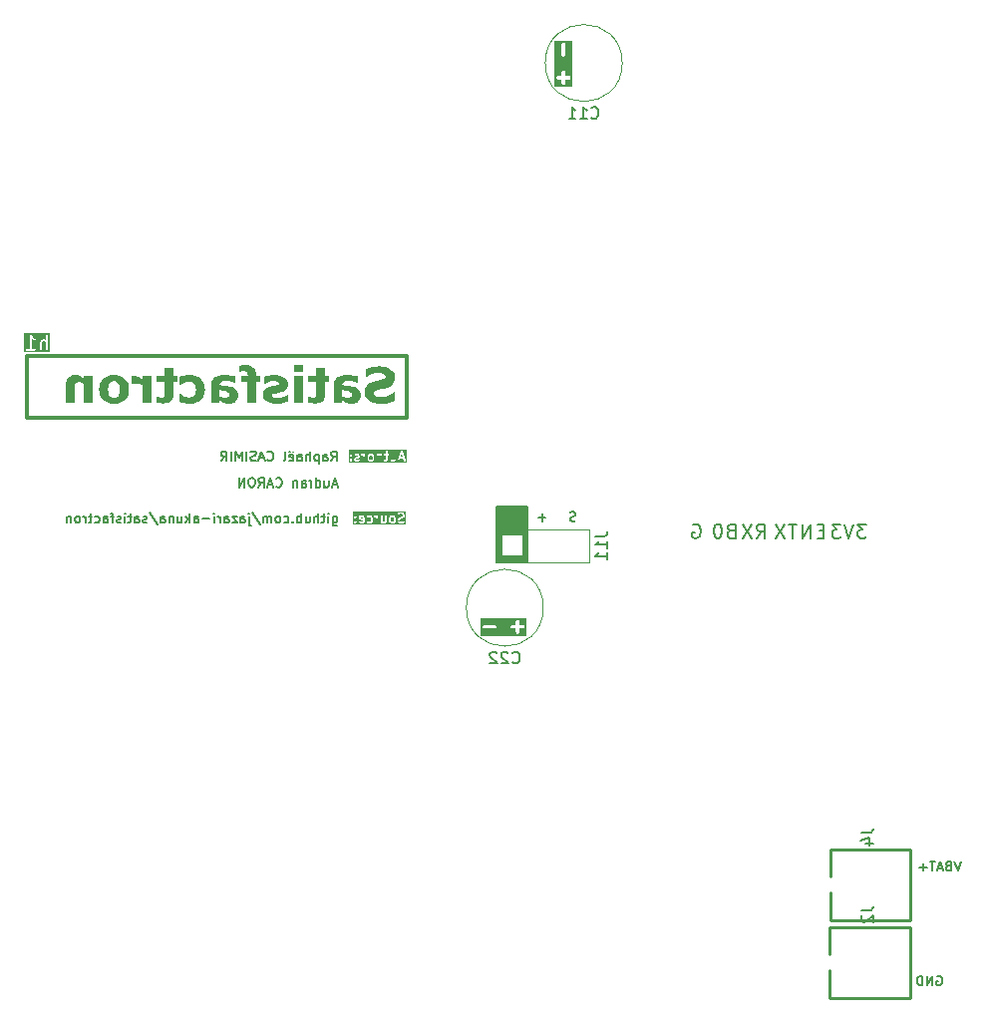
<source format=gbr>
%TF.GenerationSoftware,KiCad,Pcbnew,9.0.2*%
%TF.CreationDate,2025-07-03T01:21:56+02:00*%
%TF.ProjectId,Satisfactron_2025,53617469-7366-4616-9374-726f6e5f3230,rev?*%
%TF.SameCoordinates,Original*%
%TF.FileFunction,Legend,Bot*%
%TF.FilePolarity,Positive*%
%FSLAX46Y46*%
G04 Gerber Fmt 4.6, Leading zero omitted, Abs format (unit mm)*
G04 Created by KiCad (PCBNEW 9.0.2) date 2025-07-03 01:21:56*
%MOMM*%
%LPD*%
G01*
G04 APERTURE LIST*
%ADD10C,0.300000*%
%ADD11C,0.150000*%
%ADD12C,0.200000*%
%ADD13C,0.375000*%
%ADD14C,0.120000*%
%ADD15C,0.254001*%
%ADD16C,0.059995*%
%ADD17C,6.200000*%
%ADD18R,1.700000X1.700000*%
%ADD19C,1.700000*%
%ADD20C,0.900025*%
%ADD21C,3.200000*%
%ADD22C,1.200000*%
%ADD23C,5.500000*%
%ADD24O,1.700000X1.700000*%
%ADD25C,0.750013*%
%ADD26O,2.000000X1.200000*%
%ADD27O,1.800000X1.200000*%
%ADD28C,1.524003*%
%ADD29R,2.200000X1.600000*%
%ADD30R,1.800000X0.900000*%
%ADD31C,1.600000*%
G04 APERTURE END LIST*
D10*
X308917976Y138629514D02*
X341167976Y138629514D01*
X341167976Y133379514D01*
X308917976Y133379514D01*
X308917976Y138629514D01*
D11*
X348782872Y125878290D02*
X351432872Y125878290D01*
X351432872Y121118290D01*
X348782872Y121118290D01*
X348782872Y125878290D01*
G36*
X348782872Y125878290D02*
G01*
X351432872Y125878290D01*
X351432872Y121118290D01*
X348782872Y121118290D01*
X348782872Y125878290D01*
G37*
D12*
X376582707Y123785829D02*
X376182707Y123785829D01*
X376011279Y123157258D02*
X376582707Y123157258D01*
X376582707Y123157258D02*
X376582707Y124357258D01*
X376582707Y124357258D02*
X376011279Y124357258D01*
X375496993Y123157258D02*
X375496993Y124357258D01*
X375496993Y124357258D02*
X374811279Y123157258D01*
X374811279Y123157258D02*
X374811279Y124357258D01*
D11*
X352960839Y124910467D02*
X352351316Y124910467D01*
X352656077Y124605705D02*
X352656077Y125215229D01*
D12*
X370896993Y123157258D02*
X371296993Y123728686D01*
X371582707Y123157258D02*
X371582707Y124357258D01*
X371582707Y124357258D02*
X371125564Y124357258D01*
X371125564Y124357258D02*
X371011279Y124300115D01*
X371011279Y124300115D02*
X370954136Y124242972D01*
X370954136Y124242972D02*
X370896993Y124128686D01*
X370896993Y124128686D02*
X370896993Y123957258D01*
X370896993Y123957258D02*
X370954136Y123842972D01*
X370954136Y123842972D02*
X371011279Y123785829D01*
X371011279Y123785829D02*
X371125564Y123728686D01*
X371125564Y123728686D02*
X371582707Y123728686D01*
X370496993Y124357258D02*
X369696993Y123157258D01*
X369696993Y124357258D02*
X370496993Y123157258D01*
D11*
X334753696Y129735219D02*
X335020363Y130116172D01*
X335210839Y129735219D02*
X335210839Y130535219D01*
X335210839Y130535219D02*
X334906077Y130535219D01*
X334906077Y130535219D02*
X334829887Y130497124D01*
X334829887Y130497124D02*
X334791792Y130459029D01*
X334791792Y130459029D02*
X334753696Y130382838D01*
X334753696Y130382838D02*
X334753696Y130268553D01*
X334753696Y130268553D02*
X334791792Y130192362D01*
X334791792Y130192362D02*
X334829887Y130154267D01*
X334829887Y130154267D02*
X334906077Y130116172D01*
X334906077Y130116172D02*
X335210839Y130116172D01*
X334067982Y129735219D02*
X334067982Y130154267D01*
X334067982Y130154267D02*
X334106077Y130230457D01*
X334106077Y130230457D02*
X334182268Y130268553D01*
X334182268Y130268553D02*
X334334649Y130268553D01*
X334334649Y130268553D02*
X334410839Y130230457D01*
X334067982Y129773314D02*
X334144173Y129735219D01*
X334144173Y129735219D02*
X334334649Y129735219D01*
X334334649Y129735219D02*
X334410839Y129773314D01*
X334410839Y129773314D02*
X334448935Y129849505D01*
X334448935Y129849505D02*
X334448935Y129925695D01*
X334448935Y129925695D02*
X334410839Y130001886D01*
X334410839Y130001886D02*
X334334649Y130039981D01*
X334334649Y130039981D02*
X334144173Y130039981D01*
X334144173Y130039981D02*
X334067982Y130078076D01*
X333687029Y130268553D02*
X333687029Y129468553D01*
X333687029Y130230457D02*
X333610839Y130268553D01*
X333610839Y130268553D02*
X333458458Y130268553D01*
X333458458Y130268553D02*
X333382267Y130230457D01*
X333382267Y130230457D02*
X333344172Y130192362D01*
X333344172Y130192362D02*
X333306077Y130116172D01*
X333306077Y130116172D02*
X333306077Y129887600D01*
X333306077Y129887600D02*
X333344172Y129811410D01*
X333344172Y129811410D02*
X333382267Y129773314D01*
X333382267Y129773314D02*
X333458458Y129735219D01*
X333458458Y129735219D02*
X333610839Y129735219D01*
X333610839Y129735219D02*
X333687029Y129773314D01*
X332963219Y129735219D02*
X332963219Y130535219D01*
X332620362Y129735219D02*
X332620362Y130154267D01*
X332620362Y130154267D02*
X332658457Y130230457D01*
X332658457Y130230457D02*
X332734648Y130268553D01*
X332734648Y130268553D02*
X332848934Y130268553D01*
X332848934Y130268553D02*
X332925124Y130230457D01*
X332925124Y130230457D02*
X332963219Y130192362D01*
X331896552Y129735219D02*
X331896552Y130154267D01*
X331896552Y130154267D02*
X331934647Y130230457D01*
X331934647Y130230457D02*
X332010838Y130268553D01*
X332010838Y130268553D02*
X332163219Y130268553D01*
X332163219Y130268553D02*
X332239409Y130230457D01*
X331896552Y129773314D02*
X331972743Y129735219D01*
X331972743Y129735219D02*
X332163219Y129735219D01*
X332163219Y129735219D02*
X332239409Y129773314D01*
X332239409Y129773314D02*
X332277505Y129849505D01*
X332277505Y129849505D02*
X332277505Y129925695D01*
X332277505Y129925695D02*
X332239409Y130001886D01*
X332239409Y130001886D02*
X332163219Y130039981D01*
X332163219Y130039981D02*
X331972743Y130039981D01*
X331972743Y130039981D02*
X331896552Y130078076D01*
X331210837Y129773314D02*
X331287028Y129735219D01*
X331287028Y129735219D02*
X331439409Y129735219D01*
X331439409Y129735219D02*
X331515599Y129773314D01*
X331515599Y129773314D02*
X331553695Y129849505D01*
X331553695Y129849505D02*
X331553695Y130154267D01*
X331553695Y130154267D02*
X331515599Y130230457D01*
X331515599Y130230457D02*
X331439409Y130268553D01*
X331439409Y130268553D02*
X331287028Y130268553D01*
X331287028Y130268553D02*
X331210837Y130230457D01*
X331210837Y130230457D02*
X331172742Y130154267D01*
X331172742Y130154267D02*
X331172742Y130078076D01*
X331172742Y130078076D02*
X331553695Y130001886D01*
X331515599Y130535219D02*
X331477504Y130497124D01*
X331477504Y130497124D02*
X331515599Y130459029D01*
X331515599Y130459029D02*
X331553695Y130497124D01*
X331553695Y130497124D02*
X331515599Y130535219D01*
X331515599Y130535219D02*
X331515599Y130459029D01*
X331210837Y130535219D02*
X331172742Y130497124D01*
X331172742Y130497124D02*
X331210837Y130459029D01*
X331210837Y130459029D02*
X331248933Y130497124D01*
X331248933Y130497124D02*
X331210837Y130535219D01*
X331210837Y130535219D02*
X331210837Y130459029D01*
X330715600Y129735219D02*
X330791790Y129773314D01*
X330791790Y129773314D02*
X330829885Y129849505D01*
X330829885Y129849505D02*
X330829885Y130535219D01*
X329344170Y129811410D02*
X329382266Y129773314D01*
X329382266Y129773314D02*
X329496551Y129735219D01*
X329496551Y129735219D02*
X329572742Y129735219D01*
X329572742Y129735219D02*
X329687028Y129773314D01*
X329687028Y129773314D02*
X329763218Y129849505D01*
X329763218Y129849505D02*
X329801313Y129925695D01*
X329801313Y129925695D02*
X329839409Y130078076D01*
X329839409Y130078076D02*
X329839409Y130192362D01*
X329839409Y130192362D02*
X329801313Y130344743D01*
X329801313Y130344743D02*
X329763218Y130420934D01*
X329763218Y130420934D02*
X329687028Y130497124D01*
X329687028Y130497124D02*
X329572742Y130535219D01*
X329572742Y130535219D02*
X329496551Y130535219D01*
X329496551Y130535219D02*
X329382266Y130497124D01*
X329382266Y130497124D02*
X329344170Y130459029D01*
X329039409Y129963791D02*
X328658456Y129963791D01*
X329115599Y129735219D02*
X328848932Y130535219D01*
X328848932Y130535219D02*
X328582266Y129735219D01*
X328353695Y129773314D02*
X328239409Y129735219D01*
X328239409Y129735219D02*
X328048933Y129735219D01*
X328048933Y129735219D02*
X327972742Y129773314D01*
X327972742Y129773314D02*
X327934647Y129811410D01*
X327934647Y129811410D02*
X327896552Y129887600D01*
X327896552Y129887600D02*
X327896552Y129963791D01*
X327896552Y129963791D02*
X327934647Y130039981D01*
X327934647Y130039981D02*
X327972742Y130078076D01*
X327972742Y130078076D02*
X328048933Y130116172D01*
X328048933Y130116172D02*
X328201314Y130154267D01*
X328201314Y130154267D02*
X328277504Y130192362D01*
X328277504Y130192362D02*
X328315599Y130230457D01*
X328315599Y130230457D02*
X328353695Y130306648D01*
X328353695Y130306648D02*
X328353695Y130382838D01*
X328353695Y130382838D02*
X328315599Y130459029D01*
X328315599Y130459029D02*
X328277504Y130497124D01*
X328277504Y130497124D02*
X328201314Y130535219D01*
X328201314Y130535219D02*
X328010837Y130535219D01*
X328010837Y130535219D02*
X327896552Y130497124D01*
X327553694Y129735219D02*
X327553694Y130535219D01*
X327172742Y129735219D02*
X327172742Y130535219D01*
X327172742Y130535219D02*
X326906076Y129963791D01*
X326906076Y129963791D02*
X326639409Y130535219D01*
X326639409Y130535219D02*
X326639409Y129735219D01*
X326258456Y129735219D02*
X326258456Y130535219D01*
X325420361Y129735219D02*
X325687028Y130116172D01*
X325877504Y129735219D02*
X325877504Y130535219D01*
X325877504Y130535219D02*
X325572742Y130535219D01*
X325572742Y130535219D02*
X325496552Y130497124D01*
X325496552Y130497124D02*
X325458457Y130459029D01*
X325458457Y130459029D02*
X325420361Y130382838D01*
X325420361Y130382838D02*
X325420361Y130268553D01*
X325420361Y130268553D02*
X325458457Y130192362D01*
X325458457Y130192362D02*
X325496552Y130154267D01*
X325496552Y130154267D02*
X325572742Y130116172D01*
X325572742Y130116172D02*
X325877504Y130116172D01*
D12*
X365454136Y124300115D02*
X365568422Y124357258D01*
X365568422Y124357258D02*
X365739850Y124357258D01*
X365739850Y124357258D02*
X365911279Y124300115D01*
X365911279Y124300115D02*
X366025564Y124185829D01*
X366025564Y124185829D02*
X366082707Y124071543D01*
X366082707Y124071543D02*
X366139850Y123842972D01*
X366139850Y123842972D02*
X366139850Y123671543D01*
X366139850Y123671543D02*
X366082707Y123442972D01*
X366082707Y123442972D02*
X366025564Y123328686D01*
X366025564Y123328686D02*
X365911279Y123214400D01*
X365911279Y123214400D02*
X365739850Y123157258D01*
X365739850Y123157258D02*
X365625564Y123157258D01*
X365625564Y123157258D02*
X365454136Y123214400D01*
X365454136Y123214400D02*
X365396993Y123271543D01*
X365396993Y123271543D02*
X365396993Y123671543D01*
X365396993Y123671543D02*
X365625564Y123671543D01*
D11*
G36*
X338205815Y130168819D02*
G01*
X338226698Y130147936D01*
X338251434Y130098467D01*
X338251434Y129905306D01*
X338226698Y129855836D01*
X338205815Y129834953D01*
X338156348Y129810219D01*
X338077472Y129810219D01*
X338028003Y129834953D01*
X338007120Y129855837D01*
X337982386Y129905305D01*
X337982386Y130098467D01*
X338007120Y130147935D01*
X338028003Y130168819D01*
X338077472Y130193553D01*
X338156347Y130193553D01*
X338205815Y130168819D01*
G37*
G36*
X340812854Y130038791D02*
G01*
X340640015Y130038791D01*
X340726434Y130298049D01*
X340812854Y130038791D01*
G37*
G36*
X341156401Y129571330D02*
G01*
X336221128Y129571330D01*
X336221128Y129787944D01*
X336310017Y129787944D01*
X336310017Y129758682D01*
X336315166Y129746252D01*
X336321216Y129731646D01*
X336330543Y129720281D01*
X336368638Y129682186D01*
X336380003Y129672859D01*
X336407039Y129661660D01*
X336436303Y129661660D01*
X336456587Y129670062D01*
X336463338Y129672858D01*
X336474703Y129682185D01*
X336512799Y129720280D01*
X336522127Y129731645D01*
X336522128Y129731646D01*
X336533326Y129758682D01*
X336533326Y129787945D01*
X336522128Y129814982D01*
X336512800Y129826347D01*
X336474704Y129864443D01*
X336463339Y129873770D01*
X336463338Y129873771D01*
X336447500Y129880331D01*
X336440945Y129883046D01*
X336436303Y129884969D01*
X336436301Y129884969D01*
X336407038Y129884969D01*
X336380002Y129873770D01*
X336368637Y129864442D01*
X336330542Y129826346D01*
X336321215Y129814981D01*
X336315963Y129802301D01*
X336310145Y129788252D01*
X336310017Y129787944D01*
X336221128Y129787944D01*
X336221128Y129887600D01*
X336689528Y129887600D01*
X336689528Y129849505D01*
X336690969Y129834873D01*
X336691999Y129832385D01*
X336692191Y129829695D01*
X336697446Y129815964D01*
X336735542Y129739773D01*
X336737082Y129737327D01*
X336737467Y129736172D01*
X336738714Y129734734D01*
X336743375Y129727330D01*
X336750476Y129721171D01*
X336756640Y129714064D01*
X336764045Y129709403D01*
X336765482Y129708157D01*
X336766635Y129707773D01*
X336769083Y129706232D01*
X336845273Y129668137D01*
X336859005Y129662882D01*
X336861692Y129662692D01*
X336864182Y129661660D01*
X336878814Y129660219D01*
X337031195Y129660219D01*
X337045827Y129661660D01*
X337048316Y129662692D01*
X337051004Y129662882D01*
X337064736Y129668137D01*
X337140927Y129706232D01*
X337153370Y129714064D01*
X337172543Y129736172D01*
X337181797Y129763933D01*
X337179723Y129793123D01*
X337166636Y129819298D01*
X337144528Y129838471D01*
X337116767Y129847725D01*
X337087577Y129845651D01*
X337073845Y129840396D01*
X337013490Y129810219D01*
X336896519Y129810219D01*
X336858525Y129829216D01*
X336839528Y129867211D01*
X336839528Y129869895D01*
X336858525Y129907890D01*
X336896519Y129926886D01*
X336993100Y129926886D01*
X337007732Y129928327D01*
X337010221Y129929359D01*
X337012909Y129929549D01*
X337026641Y129934804D01*
X337102831Y129972899D01*
X337105278Y129974440D01*
X337106432Y129974824D01*
X337107868Y129976070D01*
X337115274Y129980731D01*
X337121437Y129987838D01*
X337128539Y129993997D01*
X337133199Y130001401D01*
X337134447Y130002839D01*
X337134831Y130003994D01*
X337136372Y130006440D01*
X337174468Y130082630D01*
X337179723Y130096362D01*
X337179914Y130099052D01*
X337180945Y130101540D01*
X337182386Y130116172D01*
X337182386Y130154267D01*
X337180945Y130168899D01*
X337179912Y130171391D01*
X337179722Y130174077D01*
X337174467Y130187809D01*
X337136372Y130263999D01*
X337134831Y130266447D01*
X337134447Y130267599D01*
X337133201Y130269036D01*
X337128539Y130276441D01*
X337121434Y130282603D01*
X337120929Y130283185D01*
X337262398Y130283185D01*
X337262398Y130253921D01*
X337273597Y130226885D01*
X337294289Y130206193D01*
X337321325Y130194994D01*
X337335957Y130193553D01*
X337394442Y130193553D01*
X337443911Y130168818D01*
X337464794Y130147935D01*
X337489528Y130098467D01*
X337489528Y129735219D01*
X337490969Y129720587D01*
X337502168Y129693551D01*
X337522860Y129672859D01*
X337549896Y129661660D01*
X337579160Y129661660D01*
X337606196Y129672859D01*
X337626888Y129693551D01*
X337638087Y129720587D01*
X337639528Y129735219D01*
X337639528Y130116172D01*
X337832386Y130116172D01*
X337832386Y129887600D01*
X337833827Y129872968D01*
X337834858Y129870479D01*
X337835049Y129867791D01*
X337840304Y129854059D01*
X337878399Y129777869D01*
X337882362Y129771573D01*
X337883120Y129769743D01*
X337884809Y129767685D01*
X337886231Y129765426D01*
X337887729Y129764127D01*
X337892447Y129758378D01*
X337930542Y129720282D01*
X337936293Y129715562D01*
X337937592Y129714064D01*
X337939847Y129712645D01*
X337941907Y129710954D01*
X337943737Y129710196D01*
X337950035Y129706232D01*
X338026226Y129668137D01*
X338039958Y129662882D01*
X338042645Y129662692D01*
X338045135Y129661660D01*
X338059767Y129660219D01*
X338174053Y129660219D01*
X338188685Y129661660D01*
X338191174Y129662692D01*
X338193862Y129662882D01*
X338207594Y129668137D01*
X338283784Y129706232D01*
X338290083Y129710197D01*
X338291911Y129710954D01*
X338293967Y129712642D01*
X338296227Y129714064D01*
X338297527Y129715564D01*
X338303277Y129720282D01*
X338341372Y129758378D01*
X338346092Y129764130D01*
X338347587Y129765426D01*
X338349006Y129767681D01*
X338350699Y129769743D01*
X338351457Y129771574D01*
X338355420Y129777868D01*
X338393515Y129854058D01*
X338398770Y129867790D01*
X338398960Y129870477D01*
X338399993Y129872968D01*
X338401434Y129887600D01*
X338401434Y130116172D01*
X338399993Y130130804D01*
X338398960Y130133296D01*
X338398770Y130135982D01*
X338393515Y130149714D01*
X338391238Y130154267D01*
X338594291Y130154267D01*
X338594291Y129735219D01*
X338595732Y129720587D01*
X338606931Y129693551D01*
X338627623Y129672859D01*
X338654659Y129661660D01*
X338683923Y129661660D01*
X338710959Y129672859D01*
X338731651Y129693551D01*
X338742850Y129720587D01*
X338744291Y129735219D01*
X338744291Y130136562D01*
X338763287Y130174556D01*
X338801282Y130193553D01*
X338880157Y130193553D01*
X338929625Y130168819D01*
X338937148Y130161296D01*
X338937148Y129735219D01*
X338938589Y129720587D01*
X338949788Y129693551D01*
X338970480Y129672859D01*
X338997516Y129661660D01*
X339026780Y129661660D01*
X339053816Y129672859D01*
X339074508Y129693551D01*
X339085707Y129720587D01*
X339087148Y129735219D01*
X339087148Y130283185D01*
X339205256Y130283185D01*
X339205256Y130253921D01*
X339216455Y130226885D01*
X339237147Y130206193D01*
X339264183Y130194994D01*
X339278815Y130193553D01*
X339394291Y130193553D01*
X339394291Y129867210D01*
X339375294Y129829216D01*
X339337301Y129810219D01*
X339278815Y129810219D01*
X339264183Y129808778D01*
X339237147Y129797579D01*
X339216455Y129776887D01*
X339205256Y129749851D01*
X339205256Y129720587D01*
X339216455Y129693551D01*
X339237147Y129672859D01*
X339264183Y129661660D01*
X339278815Y129660219D01*
X339355006Y129660219D01*
X339369638Y129661660D01*
X339372127Y129662692D01*
X339374815Y129662882D01*
X339388547Y129668137D01*
X339464737Y129706232D01*
X339467184Y129707773D01*
X339468338Y129708157D01*
X339469774Y129709403D01*
X339477180Y129714064D01*
X339483341Y129721169D01*
X339490446Y129727330D01*
X339495107Y129734736D01*
X339496353Y129736172D01*
X339496737Y129737326D01*
X339498278Y129739773D01*
X339536373Y129815964D01*
X339541628Y129829696D01*
X339541818Y129832384D01*
X339542850Y129834873D01*
X339544291Y129849505D01*
X339544291Y130193553D01*
X339583577Y130193553D01*
X339598209Y130194994D01*
X339625245Y130206193D01*
X339645937Y130226885D01*
X339657136Y130253921D01*
X339657136Y130268553D01*
X339775244Y130268553D01*
X339775244Y129735219D01*
X339776685Y129720587D01*
X339787884Y129693551D01*
X339808576Y129672859D01*
X339835612Y129661660D01*
X339864876Y129661660D01*
X339891912Y129672859D01*
X339901789Y129682737D01*
X339930989Y129668137D01*
X339944721Y129662882D01*
X339947408Y129662692D01*
X339949898Y129661660D01*
X339964530Y129660219D01*
X340078816Y129660219D01*
X340093448Y129661660D01*
X340095937Y129662692D01*
X340098625Y129662882D01*
X340112357Y129668137D01*
X340188547Y129706232D01*
X340190994Y129707773D01*
X340192148Y129708157D01*
X340193584Y129709403D01*
X340200990Y129714064D01*
X340207151Y129721169D01*
X340214256Y129727330D01*
X340218917Y129734736D01*
X340220163Y129736172D01*
X340220547Y129737326D01*
X340222088Y129739773D01*
X340224501Y129744599D01*
X340385357Y129744599D01*
X340387432Y129715409D01*
X340400518Y129689236D01*
X340422626Y129670062D01*
X340450388Y129660808D01*
X340479578Y129662883D01*
X340505751Y129675969D01*
X340524925Y129698077D01*
X340530919Y129711502D01*
X340590015Y129888791D01*
X340862854Y129888791D01*
X340921950Y129711502D01*
X340927944Y129698077D01*
X340947118Y129675969D01*
X340973291Y129662883D01*
X341002481Y129660808D01*
X341030244Y129670062D01*
X341052351Y129689236D01*
X341065437Y129715409D01*
X341067512Y129744599D01*
X341064252Y129758936D01*
X340797585Y130558936D01*
X340791591Y130572362D01*
X340788081Y130576409D01*
X340785684Y130581203D01*
X340778576Y130587367D01*
X340772417Y130594469D01*
X340767625Y130596865D01*
X340763577Y130600376D01*
X340754653Y130603351D01*
X340746244Y130607555D01*
X340740899Y130607935D01*
X340735814Y130609630D01*
X340726431Y130608964D01*
X340717054Y130609630D01*
X340711971Y130607936D01*
X340706624Y130607556D01*
X340698210Y130603350D01*
X340689291Y130600376D01*
X340685243Y130596866D01*
X340680451Y130594469D01*
X340674288Y130587365D01*
X340667184Y130581202D01*
X340664788Y130576411D01*
X340661277Y130572362D01*
X340655283Y130558936D01*
X340388617Y129758936D01*
X340385357Y129744599D01*
X340224501Y129744599D01*
X340260183Y129815964D01*
X340265438Y129829696D01*
X340265628Y129832384D01*
X340266660Y129834873D01*
X340268101Y129849505D01*
X340268101Y130268553D01*
X340266660Y130283185D01*
X340255461Y130310221D01*
X340234769Y130330913D01*
X340207733Y130342112D01*
X340178469Y130342112D01*
X340151433Y130330913D01*
X340130741Y130310221D01*
X340119542Y130283185D01*
X340118101Y130268553D01*
X340118101Y129867210D01*
X340099104Y129829216D01*
X340061111Y129810219D01*
X339982235Y129810219D01*
X339932766Y129834953D01*
X339925244Y129842476D01*
X339925244Y130268553D01*
X339923803Y130283185D01*
X339912604Y130310221D01*
X339891912Y130330913D01*
X339864876Y130342112D01*
X339835612Y130342112D01*
X339808576Y130330913D01*
X339787884Y130310221D01*
X339776685Y130283185D01*
X339775244Y130268553D01*
X339657136Y130268553D01*
X339657136Y130283185D01*
X339645937Y130310221D01*
X339625245Y130330913D01*
X339598209Y130342112D01*
X339583577Y130343553D01*
X339544291Y130343553D01*
X339544291Y130535219D01*
X339542850Y130549851D01*
X339531651Y130576887D01*
X339510959Y130597579D01*
X339483923Y130608778D01*
X339454659Y130608778D01*
X339427623Y130597579D01*
X339406931Y130576887D01*
X339395732Y130549851D01*
X339394291Y130535219D01*
X339394291Y130343553D01*
X339278815Y130343553D01*
X339264183Y130342112D01*
X339237147Y130330913D01*
X339216455Y130310221D01*
X339205256Y130283185D01*
X339087148Y130283185D01*
X339087148Y130535219D01*
X339085707Y130549851D01*
X339074508Y130576887D01*
X339053816Y130597579D01*
X339026780Y130608778D01*
X338997516Y130608778D01*
X338970480Y130597579D01*
X338949788Y130576887D01*
X338938589Y130549851D01*
X338937148Y130535219D01*
X338937148Y130332764D01*
X338931405Y130335635D01*
X338917673Y130340890D01*
X338914983Y130341082D01*
X338912495Y130342112D01*
X338897863Y130343553D01*
X338783577Y130343553D01*
X338768945Y130342112D01*
X338766456Y130341082D01*
X338763767Y130340890D01*
X338750035Y130335635D01*
X338673845Y130297539D01*
X338671398Y130295999D01*
X338670244Y130295614D01*
X338668805Y130294367D01*
X338661402Y130289706D01*
X338655242Y130282605D01*
X338648136Y130276441D01*
X338643474Y130269036D01*
X338642229Y130267599D01*
X338641844Y130266446D01*
X338640304Y130263998D01*
X338602209Y130187808D01*
X338596954Y130174076D01*
X338596763Y130171389D01*
X338595732Y130168899D01*
X338594291Y130154267D01*
X338391238Y130154267D01*
X338355420Y130225904D01*
X338351455Y130232202D01*
X338350698Y130234030D01*
X338349006Y130236091D01*
X338347587Y130238346D01*
X338346091Y130239643D01*
X338341371Y130245395D01*
X338303276Y130283490D01*
X338297523Y130288211D01*
X338296227Y130289706D01*
X338293972Y130291126D01*
X338291911Y130292817D01*
X338290080Y130293576D01*
X338283784Y130297539D01*
X338207595Y130335635D01*
X338193863Y130340890D01*
X338191173Y130341082D01*
X338188685Y130342112D01*
X338174053Y130343553D01*
X338059767Y130343553D01*
X338045135Y130342112D01*
X338042646Y130341082D01*
X338039957Y130340890D01*
X338026225Y130335635D01*
X337950035Y130297539D01*
X337943738Y130293576D01*
X337941908Y130292817D01*
X337939846Y130291126D01*
X337937592Y130289706D01*
X337936295Y130288211D01*
X337930543Y130283490D01*
X337892448Y130245395D01*
X337887729Y130239646D01*
X337886231Y130238346D01*
X337884809Y130236087D01*
X337883121Y130234030D01*
X337882363Y130232203D01*
X337878399Y130225903D01*
X337840304Y130149713D01*
X337835049Y130135981D01*
X337834858Y130133294D01*
X337833827Y130130804D01*
X337832386Y130116172D01*
X337639528Y130116172D01*
X337639528Y130268553D01*
X337638087Y130283185D01*
X337626888Y130310221D01*
X337606196Y130330913D01*
X337579160Y130342112D01*
X337549896Y130342112D01*
X337522860Y130330913D01*
X337502168Y130310221D01*
X337501198Y130307880D01*
X337445688Y130335635D01*
X337431957Y130340890D01*
X337429267Y130341082D01*
X337426779Y130342112D01*
X337412147Y130343553D01*
X337335957Y130343553D01*
X337321325Y130342112D01*
X337294289Y130330913D01*
X337273597Y130310221D01*
X337262398Y130283185D01*
X337120929Y130283185D01*
X337115274Y130289706D01*
X337107870Y130294367D01*
X337106431Y130295615D01*
X337105275Y130296001D01*
X337102831Y130297539D01*
X337026642Y130335635D01*
X337012910Y130340890D01*
X337010220Y130341082D01*
X337007732Y130342112D01*
X336993100Y130343553D01*
X336878814Y130343553D01*
X336864182Y130342112D01*
X336861690Y130341080D01*
X336859004Y130340889D01*
X336845272Y130335634D01*
X336769082Y130297539D01*
X336756640Y130289706D01*
X336737466Y130267598D01*
X336728213Y130239837D01*
X336730287Y130210647D01*
X336743375Y130184473D01*
X336765483Y130165299D01*
X336793244Y130156046D01*
X336822434Y130158120D01*
X336836166Y130163375D01*
X336896520Y130193553D01*
X336975394Y130193553D01*
X337013387Y130174557D01*
X337032386Y130136562D01*
X337032386Y130133878D01*
X337013388Y130095883D01*
X336975395Y130076886D01*
X336878814Y130076886D01*
X336864182Y130075445D01*
X336861692Y130074414D01*
X336859005Y130074223D01*
X336845273Y130068968D01*
X336769083Y130030873D01*
X336766635Y130029333D01*
X336765482Y130028948D01*
X336764045Y130027703D01*
X336756640Y130023041D01*
X336750476Y130015935D01*
X336743375Y130009775D01*
X336738714Y130002372D01*
X336737467Y130000933D01*
X336737082Y129999779D01*
X336735542Y129997332D01*
X336697446Y129921141D01*
X336692191Y129907410D01*
X336691999Y129904721D01*
X336690969Y129902232D01*
X336689528Y129887600D01*
X336221128Y129887600D01*
X336221128Y130206993D01*
X336310017Y130206993D01*
X336310017Y130177731D01*
X336321216Y130150694D01*
X336330543Y130139329D01*
X336368638Y130101234D01*
X336380003Y130091907D01*
X336407039Y130080708D01*
X336436303Y130080708D01*
X336456587Y130089110D01*
X336463338Y130091906D01*
X336474703Y130101233D01*
X336512799Y130139328D01*
X336522127Y130150693D01*
X336533326Y130177729D01*
X336533326Y130206992D01*
X336533326Y130206993D01*
X336533326Y130206995D01*
X336522127Y130234031D01*
X336512799Y130245396D01*
X336474703Y130283491D01*
X336463338Y130292818D01*
X336451939Y130297539D01*
X336436303Y130304016D01*
X336436302Y130304016D01*
X336407039Y130304016D01*
X336380003Y130292817D01*
X336368638Y130283490D01*
X336330543Y130245395D01*
X336321217Y130234031D01*
X336321216Y130234030D01*
X336310017Y130206993D01*
X336221128Y130206993D01*
X336221128Y130698519D01*
X341156401Y130698519D01*
X341156401Y129571330D01*
G37*
D12*
X374254136Y124357258D02*
X373568422Y124357258D01*
X373911279Y123157258D02*
X373911279Y124357258D01*
X373282707Y124357258D02*
X372482707Y123157258D01*
X372482707Y124357258D02*
X373282707Y123157258D01*
D10*
G36*
X351344486Y114876140D02*
G01*
X347435964Y114876140D01*
X347435964Y115659664D01*
X347585964Y115659664D01*
X347585964Y115601136D01*
X347608362Y115547064D01*
X347649746Y115505680D01*
X347703818Y115483282D01*
X347733082Y115480400D01*
X348647368Y115480400D01*
X348676632Y115483282D01*
X348730704Y115505680D01*
X348772088Y115547064D01*
X348794486Y115601136D01*
X348794486Y115659664D01*
X349985964Y115659664D01*
X349985964Y115601136D01*
X350008362Y115547064D01*
X350049746Y115505680D01*
X350103818Y115483282D01*
X350133082Y115480400D01*
X350440225Y115480400D01*
X350440225Y115173258D01*
X350443107Y115143994D01*
X350465505Y115089922D01*
X350506889Y115048538D01*
X350560961Y115026140D01*
X350619489Y115026140D01*
X350673561Y115048538D01*
X350714945Y115089922D01*
X350737343Y115143994D01*
X350740225Y115173258D01*
X350740225Y115480400D01*
X351047368Y115480400D01*
X351076632Y115483282D01*
X351130704Y115505680D01*
X351172088Y115547064D01*
X351194486Y115601136D01*
X351194486Y115659664D01*
X351172088Y115713736D01*
X351130704Y115755120D01*
X351076632Y115777518D01*
X351047368Y115780400D01*
X350740225Y115780400D01*
X350740225Y116087543D01*
X350737343Y116116807D01*
X350714945Y116170879D01*
X350673561Y116212263D01*
X350619489Y116234661D01*
X350560961Y116234661D01*
X350506889Y116212263D01*
X350465505Y116170879D01*
X350443107Y116116807D01*
X350440225Y116087543D01*
X350440225Y115780400D01*
X350133082Y115780400D01*
X350103818Y115777518D01*
X350049746Y115755120D01*
X350008362Y115713736D01*
X349985964Y115659664D01*
X348794486Y115659664D01*
X348772088Y115713736D01*
X348730704Y115755120D01*
X348676632Y115777518D01*
X348647368Y115780400D01*
X347733082Y115780400D01*
X347703818Y115777518D01*
X347649746Y115755120D01*
X347608362Y115713736D01*
X347585964Y115659664D01*
X347435964Y115659664D01*
X347435964Y116384661D01*
X351344486Y116384661D01*
X351344486Y114876140D01*
G37*
D11*
G36*
X310823934Y138946325D02*
G01*
X308694424Y138946325D01*
X308694424Y139169290D01*
X308827757Y139169290D01*
X308827757Y139140026D01*
X308838956Y139112990D01*
X308859648Y139092298D01*
X308886684Y139081099D01*
X308901316Y139079658D01*
X309587030Y139079658D01*
X309601662Y139081099D01*
X309628698Y139092298D01*
X309649390Y139112990D01*
X309660589Y139140026D01*
X309660589Y139169290D01*
X309649390Y139196326D01*
X309628698Y139217018D01*
X309601662Y139228217D01*
X309587030Y139229658D01*
X309319173Y139229658D01*
X309319173Y139783229D01*
X310026316Y139783229D01*
X310026316Y139154658D01*
X310027757Y139140026D01*
X310038956Y139112990D01*
X310059648Y139092298D01*
X310086684Y139081099D01*
X310115948Y139081099D01*
X310142984Y139092298D01*
X310163676Y139112990D01*
X310174875Y139140026D01*
X310176316Y139154658D01*
X310176316Y139765525D01*
X310214359Y139841614D01*
X310290449Y139879658D01*
X310426468Y139879658D01*
X310514030Y139835877D01*
X310540601Y139809306D01*
X310540601Y139154658D01*
X310542042Y139140026D01*
X310553241Y139112990D01*
X310573933Y139092298D01*
X310600969Y139081099D01*
X310630233Y139081099D01*
X310657269Y139092298D01*
X310677961Y139112990D01*
X310689160Y139140026D01*
X310690601Y139154658D01*
X310690601Y140354658D01*
X310689160Y140369290D01*
X310677961Y140396326D01*
X310657269Y140417018D01*
X310630233Y140428217D01*
X310600969Y140428217D01*
X310573933Y140417018D01*
X310553241Y140396326D01*
X310542042Y140369290D01*
X310540601Y140354658D01*
X310540601Y139990297D01*
X310477714Y140021740D01*
X310463983Y140026995D01*
X310461293Y140027187D01*
X310458805Y140028217D01*
X310444173Y140029658D01*
X310272744Y140029658D01*
X310258112Y140028217D01*
X310255622Y140027186D01*
X310252935Y140026995D01*
X310239203Y140021740D01*
X310124917Y139964597D01*
X310122470Y139963058D01*
X310121315Y139962672D01*
X310119876Y139961425D01*
X310112474Y139956765D01*
X310106311Y139949659D01*
X310099208Y139943498D01*
X310094548Y139936096D01*
X310093301Y139934657D01*
X310092915Y139933502D01*
X310091376Y139931055D01*
X310034234Y139816770D01*
X310028979Y139803038D01*
X310028788Y139800351D01*
X310027757Y139797861D01*
X310026316Y139783229D01*
X309319173Y139783229D01*
X309319173Y140116449D01*
X309419711Y140015910D01*
X309425460Y140011192D01*
X309426760Y140009693D01*
X309429019Y140008272D01*
X309431076Y140006583D01*
X309432903Y140005826D01*
X309439203Y140001861D01*
X309553489Y139944718D01*
X309567221Y139939463D01*
X309596411Y139937389D01*
X309624172Y139946643D01*
X309646280Y139965816D01*
X309659367Y139991991D01*
X309661441Y140021181D01*
X309652188Y140048942D01*
X309633014Y140071049D01*
X309620571Y140078882D01*
X309517171Y140130582D01*
X309416745Y140231009D01*
X309306577Y140396261D01*
X309306542Y140396304D01*
X309306533Y140396326D01*
X309306481Y140396378D01*
X309297261Y140407636D01*
X309291091Y140411768D01*
X309285841Y140417018D01*
X309279051Y140419831D01*
X309272946Y140423919D01*
X309265665Y140425376D01*
X309258805Y140428217D01*
X309251457Y140428217D01*
X309244252Y140429658D01*
X309236968Y140428217D01*
X309229541Y140428217D01*
X309222752Y140425405D01*
X309215544Y140423979D01*
X309209365Y140419860D01*
X309202505Y140417018D01*
X309197309Y140411823D01*
X309191195Y140407746D01*
X309187063Y140401577D01*
X309181813Y140396326D01*
X309179000Y140389537D01*
X309174912Y140383431D01*
X309173455Y140376151D01*
X309170614Y140369290D01*
X309169188Y140354814D01*
X309169173Y140354737D01*
X309169178Y140354711D01*
X309169173Y140354658D01*
X309169173Y139229658D01*
X308901316Y139229658D01*
X308886684Y139228217D01*
X308859648Y139217018D01*
X308838956Y139196326D01*
X308827757Y139169290D01*
X308694424Y139169290D01*
X308694424Y140562991D01*
X310823934Y140562991D01*
X310823934Y138946325D01*
G37*
X334867982Y125018553D02*
X334867982Y124370934D01*
X334867982Y124370934D02*
X334906077Y124294743D01*
X334906077Y124294743D02*
X334944173Y124256648D01*
X334944173Y124256648D02*
X335020363Y124218553D01*
X335020363Y124218553D02*
X335134649Y124218553D01*
X335134649Y124218553D02*
X335210839Y124256648D01*
X334867982Y124523314D02*
X334944173Y124485219D01*
X334944173Y124485219D02*
X335096554Y124485219D01*
X335096554Y124485219D02*
X335172744Y124523314D01*
X335172744Y124523314D02*
X335210839Y124561410D01*
X335210839Y124561410D02*
X335248935Y124637600D01*
X335248935Y124637600D02*
X335248935Y124866172D01*
X335248935Y124866172D02*
X335210839Y124942362D01*
X335210839Y124942362D02*
X335172744Y124980457D01*
X335172744Y124980457D02*
X335096554Y125018553D01*
X335096554Y125018553D02*
X334944173Y125018553D01*
X334944173Y125018553D02*
X334867982Y124980457D01*
X334487029Y124485219D02*
X334487029Y125018553D01*
X334487029Y125285219D02*
X334525125Y125247124D01*
X334525125Y125247124D02*
X334487029Y125209029D01*
X334487029Y125209029D02*
X334448934Y125247124D01*
X334448934Y125247124D02*
X334487029Y125285219D01*
X334487029Y125285219D02*
X334487029Y125209029D01*
X334220363Y125018553D02*
X333915601Y125018553D01*
X334106077Y125285219D02*
X334106077Y124599505D01*
X334106077Y124599505D02*
X334067982Y124523314D01*
X334067982Y124523314D02*
X333991792Y124485219D01*
X333991792Y124485219D02*
X333915601Y124485219D01*
X333648934Y124485219D02*
X333648934Y125285219D01*
X333306077Y124485219D02*
X333306077Y124904267D01*
X333306077Y124904267D02*
X333344172Y124980457D01*
X333344172Y124980457D02*
X333420363Y125018553D01*
X333420363Y125018553D02*
X333534649Y125018553D01*
X333534649Y125018553D02*
X333610839Y124980457D01*
X333610839Y124980457D02*
X333648934Y124942362D01*
X332582267Y125018553D02*
X332582267Y124485219D01*
X332925124Y125018553D02*
X332925124Y124599505D01*
X332925124Y124599505D02*
X332887029Y124523314D01*
X332887029Y124523314D02*
X332810839Y124485219D01*
X332810839Y124485219D02*
X332696553Y124485219D01*
X332696553Y124485219D02*
X332620362Y124523314D01*
X332620362Y124523314D02*
X332582267Y124561410D01*
X332201314Y124485219D02*
X332201314Y125285219D01*
X332201314Y124980457D02*
X332125124Y125018553D01*
X332125124Y125018553D02*
X331972743Y125018553D01*
X331972743Y125018553D02*
X331896552Y124980457D01*
X331896552Y124980457D02*
X331858457Y124942362D01*
X331858457Y124942362D02*
X331820362Y124866172D01*
X331820362Y124866172D02*
X331820362Y124637600D01*
X331820362Y124637600D02*
X331858457Y124561410D01*
X331858457Y124561410D02*
X331896552Y124523314D01*
X331896552Y124523314D02*
X331972743Y124485219D01*
X331972743Y124485219D02*
X332125124Y124485219D01*
X332125124Y124485219D02*
X332201314Y124523314D01*
X331477504Y124561410D02*
X331439409Y124523314D01*
X331439409Y124523314D02*
X331477504Y124485219D01*
X331477504Y124485219D02*
X331515600Y124523314D01*
X331515600Y124523314D02*
X331477504Y124561410D01*
X331477504Y124561410D02*
X331477504Y124485219D01*
X330753695Y124523314D02*
X330829886Y124485219D01*
X330829886Y124485219D02*
X330982267Y124485219D01*
X330982267Y124485219D02*
X331058457Y124523314D01*
X331058457Y124523314D02*
X331096552Y124561410D01*
X331096552Y124561410D02*
X331134648Y124637600D01*
X331134648Y124637600D02*
X331134648Y124866172D01*
X331134648Y124866172D02*
X331096552Y124942362D01*
X331096552Y124942362D02*
X331058457Y124980457D01*
X331058457Y124980457D02*
X330982267Y125018553D01*
X330982267Y125018553D02*
X330829886Y125018553D01*
X330829886Y125018553D02*
X330753695Y124980457D01*
X330296553Y124485219D02*
X330372743Y124523314D01*
X330372743Y124523314D02*
X330410838Y124561410D01*
X330410838Y124561410D02*
X330448934Y124637600D01*
X330448934Y124637600D02*
X330448934Y124866172D01*
X330448934Y124866172D02*
X330410838Y124942362D01*
X330410838Y124942362D02*
X330372743Y124980457D01*
X330372743Y124980457D02*
X330296553Y125018553D01*
X330296553Y125018553D02*
X330182267Y125018553D01*
X330182267Y125018553D02*
X330106076Y124980457D01*
X330106076Y124980457D02*
X330067981Y124942362D01*
X330067981Y124942362D02*
X330029886Y124866172D01*
X330029886Y124866172D02*
X330029886Y124637600D01*
X330029886Y124637600D02*
X330067981Y124561410D01*
X330067981Y124561410D02*
X330106076Y124523314D01*
X330106076Y124523314D02*
X330182267Y124485219D01*
X330182267Y124485219D02*
X330296553Y124485219D01*
X329687028Y124485219D02*
X329687028Y125018553D01*
X329687028Y124942362D02*
X329648933Y124980457D01*
X329648933Y124980457D02*
X329572743Y125018553D01*
X329572743Y125018553D02*
X329458457Y125018553D01*
X329458457Y125018553D02*
X329382266Y124980457D01*
X329382266Y124980457D02*
X329344171Y124904267D01*
X329344171Y124904267D02*
X329344171Y124485219D01*
X329344171Y124904267D02*
X329306076Y124980457D01*
X329306076Y124980457D02*
X329229885Y125018553D01*
X329229885Y125018553D02*
X329115600Y125018553D01*
X329115600Y125018553D02*
X329039409Y124980457D01*
X329039409Y124980457D02*
X329001314Y124904267D01*
X329001314Y124904267D02*
X329001314Y124485219D01*
X328048933Y125323314D02*
X328734647Y124294743D01*
X327782266Y125018553D02*
X327782266Y124332838D01*
X327782266Y124332838D02*
X327820362Y124256648D01*
X327820362Y124256648D02*
X327896552Y124218553D01*
X327896552Y124218553D02*
X327934647Y124218553D01*
X327782266Y125285219D02*
X327820362Y125247124D01*
X327820362Y125247124D02*
X327782266Y125209029D01*
X327782266Y125209029D02*
X327744171Y125247124D01*
X327744171Y125247124D02*
X327782266Y125285219D01*
X327782266Y125285219D02*
X327782266Y125209029D01*
X327058457Y124485219D02*
X327058457Y124904267D01*
X327058457Y124904267D02*
X327096552Y124980457D01*
X327096552Y124980457D02*
X327172743Y125018553D01*
X327172743Y125018553D02*
X327325124Y125018553D01*
X327325124Y125018553D02*
X327401314Y124980457D01*
X327058457Y124523314D02*
X327134648Y124485219D01*
X327134648Y124485219D02*
X327325124Y124485219D01*
X327325124Y124485219D02*
X327401314Y124523314D01*
X327401314Y124523314D02*
X327439410Y124599505D01*
X327439410Y124599505D02*
X327439410Y124675695D01*
X327439410Y124675695D02*
X327401314Y124751886D01*
X327401314Y124751886D02*
X327325124Y124789981D01*
X327325124Y124789981D02*
X327134648Y124789981D01*
X327134648Y124789981D02*
X327058457Y124828076D01*
X326753695Y125018553D02*
X326334647Y125018553D01*
X326334647Y125018553D02*
X326753695Y124485219D01*
X326753695Y124485219D02*
X326334647Y124485219D01*
X325687028Y124485219D02*
X325687028Y124904267D01*
X325687028Y124904267D02*
X325725123Y124980457D01*
X325725123Y124980457D02*
X325801314Y125018553D01*
X325801314Y125018553D02*
X325953695Y125018553D01*
X325953695Y125018553D02*
X326029885Y124980457D01*
X325687028Y124523314D02*
X325763219Y124485219D01*
X325763219Y124485219D02*
X325953695Y124485219D01*
X325953695Y124485219D02*
X326029885Y124523314D01*
X326029885Y124523314D02*
X326067981Y124599505D01*
X326067981Y124599505D02*
X326067981Y124675695D01*
X326067981Y124675695D02*
X326029885Y124751886D01*
X326029885Y124751886D02*
X325953695Y124789981D01*
X325953695Y124789981D02*
X325763219Y124789981D01*
X325763219Y124789981D02*
X325687028Y124828076D01*
X325306075Y124485219D02*
X325306075Y125018553D01*
X325306075Y124866172D02*
X325267980Y124942362D01*
X325267980Y124942362D02*
X325229885Y124980457D01*
X325229885Y124980457D02*
X325153694Y125018553D01*
X325153694Y125018553D02*
X325077504Y125018553D01*
X324810837Y124485219D02*
X324810837Y125018553D01*
X324810837Y125285219D02*
X324848933Y125247124D01*
X324848933Y125247124D02*
X324810837Y125209029D01*
X324810837Y125209029D02*
X324772742Y125247124D01*
X324772742Y125247124D02*
X324810837Y125285219D01*
X324810837Y125285219D02*
X324810837Y125209029D01*
X324429885Y124789981D02*
X323820362Y124789981D01*
X323096552Y124485219D02*
X323096552Y124904267D01*
X323096552Y124904267D02*
X323134647Y124980457D01*
X323134647Y124980457D02*
X323210838Y125018553D01*
X323210838Y125018553D02*
X323363219Y125018553D01*
X323363219Y125018553D02*
X323439409Y124980457D01*
X323096552Y124523314D02*
X323172743Y124485219D01*
X323172743Y124485219D02*
X323363219Y124485219D01*
X323363219Y124485219D02*
X323439409Y124523314D01*
X323439409Y124523314D02*
X323477505Y124599505D01*
X323477505Y124599505D02*
X323477505Y124675695D01*
X323477505Y124675695D02*
X323439409Y124751886D01*
X323439409Y124751886D02*
X323363219Y124789981D01*
X323363219Y124789981D02*
X323172743Y124789981D01*
X323172743Y124789981D02*
X323096552Y124828076D01*
X322715599Y124485219D02*
X322715599Y125285219D01*
X322639409Y124789981D02*
X322410837Y124485219D01*
X322410837Y125018553D02*
X322715599Y124713791D01*
X321725123Y125018553D02*
X321725123Y124485219D01*
X322067980Y125018553D02*
X322067980Y124599505D01*
X322067980Y124599505D02*
X322029885Y124523314D01*
X322029885Y124523314D02*
X321953695Y124485219D01*
X321953695Y124485219D02*
X321839409Y124485219D01*
X321839409Y124485219D02*
X321763218Y124523314D01*
X321763218Y124523314D02*
X321725123Y124561410D01*
X321344170Y125018553D02*
X321344170Y124485219D01*
X321344170Y124942362D02*
X321306075Y124980457D01*
X321306075Y124980457D02*
X321229885Y125018553D01*
X321229885Y125018553D02*
X321115599Y125018553D01*
X321115599Y125018553D02*
X321039408Y124980457D01*
X321039408Y124980457D02*
X321001313Y124904267D01*
X321001313Y124904267D02*
X321001313Y124485219D01*
X320277503Y124485219D02*
X320277503Y124904267D01*
X320277503Y124904267D02*
X320315598Y124980457D01*
X320315598Y124980457D02*
X320391789Y125018553D01*
X320391789Y125018553D02*
X320544170Y125018553D01*
X320544170Y125018553D02*
X320620360Y124980457D01*
X320277503Y124523314D02*
X320353694Y124485219D01*
X320353694Y124485219D02*
X320544170Y124485219D01*
X320544170Y124485219D02*
X320620360Y124523314D01*
X320620360Y124523314D02*
X320658456Y124599505D01*
X320658456Y124599505D02*
X320658456Y124675695D01*
X320658456Y124675695D02*
X320620360Y124751886D01*
X320620360Y124751886D02*
X320544170Y124789981D01*
X320544170Y124789981D02*
X320353694Y124789981D01*
X320353694Y124789981D02*
X320277503Y124828076D01*
X319325122Y125323314D02*
X320010836Y124294743D01*
X319096551Y124523314D02*
X319020360Y124485219D01*
X319020360Y124485219D02*
X318867979Y124485219D01*
X318867979Y124485219D02*
X318791789Y124523314D01*
X318791789Y124523314D02*
X318753693Y124599505D01*
X318753693Y124599505D02*
X318753693Y124637600D01*
X318753693Y124637600D02*
X318791789Y124713791D01*
X318791789Y124713791D02*
X318867979Y124751886D01*
X318867979Y124751886D02*
X318982265Y124751886D01*
X318982265Y124751886D02*
X319058455Y124789981D01*
X319058455Y124789981D02*
X319096551Y124866172D01*
X319096551Y124866172D02*
X319096551Y124904267D01*
X319096551Y124904267D02*
X319058455Y124980457D01*
X319058455Y124980457D02*
X318982265Y125018553D01*
X318982265Y125018553D02*
X318867979Y125018553D01*
X318867979Y125018553D02*
X318791789Y124980457D01*
X318067979Y124485219D02*
X318067979Y124904267D01*
X318067979Y124904267D02*
X318106074Y124980457D01*
X318106074Y124980457D02*
X318182265Y125018553D01*
X318182265Y125018553D02*
X318334646Y125018553D01*
X318334646Y125018553D02*
X318410836Y124980457D01*
X318067979Y124523314D02*
X318144170Y124485219D01*
X318144170Y124485219D02*
X318334646Y124485219D01*
X318334646Y124485219D02*
X318410836Y124523314D01*
X318410836Y124523314D02*
X318448932Y124599505D01*
X318448932Y124599505D02*
X318448932Y124675695D01*
X318448932Y124675695D02*
X318410836Y124751886D01*
X318410836Y124751886D02*
X318334646Y124789981D01*
X318334646Y124789981D02*
X318144170Y124789981D01*
X318144170Y124789981D02*
X318067979Y124828076D01*
X317801312Y125018553D02*
X317496550Y125018553D01*
X317687026Y125285219D02*
X317687026Y124599505D01*
X317687026Y124599505D02*
X317648931Y124523314D01*
X317648931Y124523314D02*
X317572741Y124485219D01*
X317572741Y124485219D02*
X317496550Y124485219D01*
X317229883Y124485219D02*
X317229883Y125018553D01*
X317229883Y125285219D02*
X317267979Y125247124D01*
X317267979Y125247124D02*
X317229883Y125209029D01*
X317229883Y125209029D02*
X317191788Y125247124D01*
X317191788Y125247124D02*
X317229883Y125285219D01*
X317229883Y125285219D02*
X317229883Y125209029D01*
X316887027Y124523314D02*
X316810836Y124485219D01*
X316810836Y124485219D02*
X316658455Y124485219D01*
X316658455Y124485219D02*
X316582265Y124523314D01*
X316582265Y124523314D02*
X316544169Y124599505D01*
X316544169Y124599505D02*
X316544169Y124637600D01*
X316544169Y124637600D02*
X316582265Y124713791D01*
X316582265Y124713791D02*
X316658455Y124751886D01*
X316658455Y124751886D02*
X316772741Y124751886D01*
X316772741Y124751886D02*
X316848931Y124789981D01*
X316848931Y124789981D02*
X316887027Y124866172D01*
X316887027Y124866172D02*
X316887027Y124904267D01*
X316887027Y124904267D02*
X316848931Y124980457D01*
X316848931Y124980457D02*
X316772741Y125018553D01*
X316772741Y125018553D02*
X316658455Y125018553D01*
X316658455Y125018553D02*
X316582265Y124980457D01*
X316315598Y125018553D02*
X316010836Y125018553D01*
X316201312Y124485219D02*
X316201312Y125170934D01*
X316201312Y125170934D02*
X316163217Y125247124D01*
X316163217Y125247124D02*
X316087027Y125285219D01*
X316087027Y125285219D02*
X316010836Y125285219D01*
X315401312Y124485219D02*
X315401312Y124904267D01*
X315401312Y124904267D02*
X315439407Y124980457D01*
X315439407Y124980457D02*
X315515598Y125018553D01*
X315515598Y125018553D02*
X315667979Y125018553D01*
X315667979Y125018553D02*
X315744169Y124980457D01*
X315401312Y124523314D02*
X315477503Y124485219D01*
X315477503Y124485219D02*
X315667979Y124485219D01*
X315667979Y124485219D02*
X315744169Y124523314D01*
X315744169Y124523314D02*
X315782265Y124599505D01*
X315782265Y124599505D02*
X315782265Y124675695D01*
X315782265Y124675695D02*
X315744169Y124751886D01*
X315744169Y124751886D02*
X315667979Y124789981D01*
X315667979Y124789981D02*
X315477503Y124789981D01*
X315477503Y124789981D02*
X315401312Y124828076D01*
X314677502Y124523314D02*
X314753693Y124485219D01*
X314753693Y124485219D02*
X314906074Y124485219D01*
X314906074Y124485219D02*
X314982264Y124523314D01*
X314982264Y124523314D02*
X315020359Y124561410D01*
X315020359Y124561410D02*
X315058455Y124637600D01*
X315058455Y124637600D02*
X315058455Y124866172D01*
X315058455Y124866172D02*
X315020359Y124942362D01*
X315020359Y124942362D02*
X314982264Y124980457D01*
X314982264Y124980457D02*
X314906074Y125018553D01*
X314906074Y125018553D02*
X314753693Y125018553D01*
X314753693Y125018553D02*
X314677502Y124980457D01*
X314448931Y125018553D02*
X314144169Y125018553D01*
X314334645Y125285219D02*
X314334645Y124599505D01*
X314334645Y124599505D02*
X314296550Y124523314D01*
X314296550Y124523314D02*
X314220360Y124485219D01*
X314220360Y124485219D02*
X314144169Y124485219D01*
X313877502Y124485219D02*
X313877502Y125018553D01*
X313877502Y124866172D02*
X313839407Y124942362D01*
X313839407Y124942362D02*
X313801312Y124980457D01*
X313801312Y124980457D02*
X313725121Y125018553D01*
X313725121Y125018553D02*
X313648931Y125018553D01*
X313267979Y124485219D02*
X313344169Y124523314D01*
X313344169Y124523314D02*
X313382264Y124561410D01*
X313382264Y124561410D02*
X313420360Y124637600D01*
X313420360Y124637600D02*
X313420360Y124866172D01*
X313420360Y124866172D02*
X313382264Y124942362D01*
X313382264Y124942362D02*
X313344169Y124980457D01*
X313344169Y124980457D02*
X313267979Y125018553D01*
X313267979Y125018553D02*
X313153693Y125018553D01*
X313153693Y125018553D02*
X313077502Y124980457D01*
X313077502Y124980457D02*
X313039407Y124942362D01*
X313039407Y124942362D02*
X313001312Y124866172D01*
X313001312Y124866172D02*
X313001312Y124637600D01*
X313001312Y124637600D02*
X313039407Y124561410D01*
X313039407Y124561410D02*
X313077502Y124523314D01*
X313077502Y124523314D02*
X313153693Y124485219D01*
X313153693Y124485219D02*
X313267979Y124485219D01*
X312658454Y125018553D02*
X312658454Y124485219D01*
X312658454Y124942362D02*
X312620359Y124980457D01*
X312620359Y124980457D02*
X312544169Y125018553D01*
X312544169Y125018553D02*
X312429883Y125018553D01*
X312429883Y125018553D02*
X312353692Y124980457D01*
X312353692Y124980457D02*
X312315597Y124904267D01*
X312315597Y124904267D02*
X312315597Y124485219D01*
D12*
X368682707Y123785829D02*
X368511279Y123728686D01*
X368511279Y123728686D02*
X368454136Y123671543D01*
X368454136Y123671543D02*
X368396993Y123557258D01*
X368396993Y123557258D02*
X368396993Y123385829D01*
X368396993Y123385829D02*
X368454136Y123271543D01*
X368454136Y123271543D02*
X368511279Y123214400D01*
X368511279Y123214400D02*
X368625564Y123157258D01*
X368625564Y123157258D02*
X369082707Y123157258D01*
X369082707Y123157258D02*
X369082707Y124357258D01*
X369082707Y124357258D02*
X368682707Y124357258D01*
X368682707Y124357258D02*
X368568422Y124300115D01*
X368568422Y124300115D02*
X368511279Y124242972D01*
X368511279Y124242972D02*
X368454136Y124128686D01*
X368454136Y124128686D02*
X368454136Y124014400D01*
X368454136Y124014400D02*
X368511279Y123900115D01*
X368511279Y123900115D02*
X368568422Y123842972D01*
X368568422Y123842972D02*
X368682707Y123785829D01*
X368682707Y123785829D02*
X369082707Y123785829D01*
X367654136Y124357258D02*
X367539850Y124357258D01*
X367539850Y124357258D02*
X367425564Y124300115D01*
X367425564Y124300115D02*
X367368422Y124242972D01*
X367368422Y124242972D02*
X367311279Y124128686D01*
X367311279Y124128686D02*
X367254136Y123900115D01*
X367254136Y123900115D02*
X367254136Y123614400D01*
X367254136Y123614400D02*
X367311279Y123385829D01*
X367311279Y123385829D02*
X367368422Y123271543D01*
X367368422Y123271543D02*
X367425564Y123214400D01*
X367425564Y123214400D02*
X367539850Y123157258D01*
X367539850Y123157258D02*
X367654136Y123157258D01*
X367654136Y123157258D02*
X367768422Y123214400D01*
X367768422Y123214400D02*
X367825564Y123271543D01*
X367825564Y123271543D02*
X367882707Y123385829D01*
X367882707Y123385829D02*
X367939850Y123614400D01*
X367939850Y123614400D02*
X367939850Y123900115D01*
X367939850Y123900115D02*
X367882707Y124128686D01*
X367882707Y124128686D02*
X367825564Y124242972D01*
X367825564Y124242972D02*
X367768422Y124300115D01*
X367768422Y124300115D02*
X367654136Y124357258D01*
D11*
X355498935Y124643800D02*
X355384649Y124605705D01*
X355384649Y124605705D02*
X355194173Y124605705D01*
X355194173Y124605705D02*
X355117982Y124643800D01*
X355117982Y124643800D02*
X355079887Y124681896D01*
X355079887Y124681896D02*
X355041792Y124758086D01*
X355041792Y124758086D02*
X355041792Y124834277D01*
X355041792Y124834277D02*
X355079887Y124910467D01*
X355079887Y124910467D02*
X355117982Y124948562D01*
X355117982Y124948562D02*
X355194173Y124986658D01*
X355194173Y124986658D02*
X355346554Y125024753D01*
X355346554Y125024753D02*
X355422744Y125062848D01*
X355422744Y125062848D02*
X355460839Y125100943D01*
X355460839Y125100943D02*
X355498935Y125177134D01*
X355498935Y125177134D02*
X355498935Y125253324D01*
X355498935Y125253324D02*
X355460839Y125329515D01*
X355460839Y125329515D02*
X355422744Y125367610D01*
X355422744Y125367610D02*
X355346554Y125405705D01*
X355346554Y125405705D02*
X355156077Y125405705D01*
X355156077Y125405705D02*
X355041792Y125367610D01*
G36*
X337432435Y124924557D02*
G01*
X337451434Y124886562D01*
X337451434Y124843372D01*
X337221844Y124889290D01*
X337239477Y124924556D01*
X337277472Y124943553D01*
X337394442Y124943553D01*
X337432435Y124924557D01*
G37*
G36*
X340034387Y124918819D02*
G01*
X340055270Y124897936D01*
X340080006Y124848467D01*
X340080006Y124655306D01*
X340055270Y124605836D01*
X340034387Y124584953D01*
X339984920Y124560219D01*
X339906044Y124560219D01*
X339856575Y124584953D01*
X339835692Y124605837D01*
X339810958Y124655305D01*
X339810958Y124848467D01*
X339835692Y124897935D01*
X339856575Y124918819D01*
X339906044Y124943553D01*
X339984919Y124943553D01*
X340034387Y124918819D01*
G37*
G36*
X341080800Y124321330D02*
G01*
X336602081Y124321330D01*
X336602081Y124537944D01*
X336690970Y124537944D01*
X336690970Y124508682D01*
X336696119Y124496252D01*
X336702169Y124481646D01*
X336711496Y124470281D01*
X336749591Y124432186D01*
X336760956Y124422859D01*
X336787992Y124411660D01*
X336817256Y124411660D01*
X336837540Y124420062D01*
X336844291Y124422858D01*
X336855656Y124432185D01*
X336893752Y124470280D01*
X336903080Y124481645D01*
X336903081Y124481646D01*
X336911578Y124502161D01*
X336914279Y124508681D01*
X336914279Y124537944D01*
X336914152Y124538252D01*
X336903081Y124564982D01*
X336893753Y124576347D01*
X336855657Y124614443D01*
X336844292Y124623770D01*
X336844291Y124623771D01*
X336828453Y124630331D01*
X336821898Y124633046D01*
X336817256Y124634969D01*
X336817254Y124634969D01*
X336787991Y124634969D01*
X336760955Y124623770D01*
X336749590Y124614442D01*
X336711495Y124576346D01*
X336702168Y124564981D01*
X336698602Y124556370D01*
X336691098Y124538252D01*
X336690970Y124537944D01*
X336602081Y124537944D01*
X336602081Y124956993D01*
X336690970Y124956993D01*
X336690970Y124927731D01*
X336702169Y124900694D01*
X336711496Y124889329D01*
X336749591Y124851234D01*
X336760956Y124841907D01*
X336787992Y124830708D01*
X336817256Y124830708D01*
X336837540Y124839110D01*
X336844291Y124841906D01*
X336855656Y124851233D01*
X336893752Y124889328D01*
X336903080Y124900693D01*
X336904560Y124904267D01*
X337070481Y124904267D01*
X337070481Y124828076D01*
X337071922Y124813444D01*
X337074733Y124806656D01*
X337076160Y124799447D01*
X337080279Y124793268D01*
X337083121Y124786408D01*
X337088316Y124781213D01*
X337092392Y124775099D01*
X337098562Y124770967D01*
X337103813Y124765716D01*
X337110601Y124762905D01*
X337116707Y124758815D01*
X337130772Y124754532D01*
X337451434Y124690401D01*
X337451434Y124617211D01*
X337432436Y124579216D01*
X337394443Y124560219D01*
X337277472Y124560219D01*
X337217117Y124590396D01*
X337203385Y124595651D01*
X337174195Y124597725D01*
X337146434Y124588471D01*
X337124326Y124569298D01*
X337111239Y124543123D01*
X337109165Y124513933D01*
X337118419Y124486172D01*
X337137592Y124464064D01*
X337150035Y124456232D01*
X337226226Y124418137D01*
X337239958Y124412882D01*
X337242645Y124412692D01*
X337245135Y124411660D01*
X337259767Y124410219D01*
X337412148Y124410219D01*
X337426780Y124411660D01*
X337429269Y124412692D01*
X337431957Y124412882D01*
X337445689Y124418137D01*
X337521879Y124456232D01*
X337524326Y124457773D01*
X337525480Y124458157D01*
X337526916Y124459403D01*
X337534322Y124464064D01*
X337540485Y124471171D01*
X337547587Y124477330D01*
X337552247Y124484734D01*
X337553495Y124486172D01*
X337553879Y124487327D01*
X337555420Y124489773D01*
X337593516Y124565963D01*
X337598771Y124579695D01*
X337598962Y124582385D01*
X337599993Y124584873D01*
X337601434Y124599505D01*
X337601434Y124904267D01*
X337599993Y124918899D01*
X337598960Y124921391D01*
X337598770Y124924077D01*
X337593515Y124937809D01*
X337567501Y124989837D01*
X337756784Y124989837D01*
X337758858Y124960647D01*
X337771946Y124934473D01*
X337794053Y124915300D01*
X337821815Y124906046D01*
X337851005Y124908120D01*
X337864736Y124913375D01*
X337925091Y124943553D01*
X338042061Y124943553D01*
X338091529Y124918819D01*
X338112412Y124897936D01*
X338137148Y124848467D01*
X338137148Y124655306D01*
X338112412Y124605836D01*
X338091529Y124584953D01*
X338042062Y124560219D01*
X337925091Y124560219D01*
X337864736Y124590396D01*
X337851004Y124595651D01*
X337821814Y124597725D01*
X337794053Y124588471D01*
X337771945Y124569298D01*
X337758858Y124543123D01*
X337756784Y124513933D01*
X337766038Y124486172D01*
X337785211Y124464064D01*
X337797654Y124456232D01*
X337873845Y124418137D01*
X337887577Y124412882D01*
X337890264Y124412692D01*
X337892754Y124411660D01*
X337907386Y124410219D01*
X338059767Y124410219D01*
X338074399Y124411660D01*
X338076888Y124412692D01*
X338079576Y124412882D01*
X338093308Y124418137D01*
X338169498Y124456232D01*
X338175797Y124460197D01*
X338177625Y124460954D01*
X338179681Y124462642D01*
X338181941Y124464064D01*
X338183241Y124465564D01*
X338188991Y124470282D01*
X338227086Y124508378D01*
X338231806Y124514130D01*
X338233301Y124515426D01*
X338234720Y124517681D01*
X338236413Y124519743D01*
X338237171Y124521574D01*
X338241134Y124527868D01*
X338279229Y124604058D01*
X338284484Y124617790D01*
X338284674Y124620477D01*
X338285707Y124622968D01*
X338287148Y124637600D01*
X338287148Y124866172D01*
X338285707Y124880804D01*
X338284674Y124883296D01*
X338284484Y124885982D01*
X338279229Y124899714D01*
X338241134Y124975904D01*
X338237169Y124982202D01*
X338236412Y124984030D01*
X338234720Y124986091D01*
X338233301Y124988346D01*
X338231805Y124989643D01*
X338227085Y124995395D01*
X338189295Y125033185D01*
X338367160Y125033185D01*
X338367160Y125003921D01*
X338378359Y124976885D01*
X338399051Y124956193D01*
X338426087Y124944994D01*
X338440719Y124943553D01*
X338499204Y124943553D01*
X338548673Y124918818D01*
X338569556Y124897935D01*
X338594290Y124848467D01*
X338594290Y124485219D01*
X338595731Y124470587D01*
X338606930Y124443551D01*
X338627622Y124422859D01*
X338654658Y124411660D01*
X338683922Y124411660D01*
X338710958Y124422859D01*
X338731650Y124443551D01*
X338742849Y124470587D01*
X338744290Y124485219D01*
X338744290Y125018553D01*
X338975243Y125018553D01*
X338975243Y124485219D01*
X338976684Y124470587D01*
X338987883Y124443551D01*
X339008575Y124422859D01*
X339035611Y124411660D01*
X339064875Y124411660D01*
X339091911Y124422859D01*
X339101788Y124432737D01*
X339130988Y124418137D01*
X339144720Y124412882D01*
X339147407Y124412692D01*
X339149897Y124411660D01*
X339164529Y124410219D01*
X339278815Y124410219D01*
X339293447Y124411660D01*
X339295936Y124412692D01*
X339298624Y124412882D01*
X339312356Y124418137D01*
X339388546Y124456232D01*
X339390993Y124457773D01*
X339392147Y124458157D01*
X339393583Y124459403D01*
X339400989Y124464064D01*
X339407150Y124471169D01*
X339414255Y124477330D01*
X339418916Y124484736D01*
X339420162Y124486172D01*
X339420546Y124487326D01*
X339422087Y124489773D01*
X339460182Y124565964D01*
X339465437Y124579696D01*
X339465627Y124582384D01*
X339466659Y124584873D01*
X339468100Y124599505D01*
X339468100Y124866172D01*
X339660958Y124866172D01*
X339660958Y124637600D01*
X339662399Y124622968D01*
X339663430Y124620479D01*
X339663621Y124617791D01*
X339668876Y124604059D01*
X339706971Y124527869D01*
X339710934Y124521573D01*
X339711692Y124519743D01*
X339713381Y124517685D01*
X339714803Y124515426D01*
X339716301Y124514127D01*
X339721019Y124508378D01*
X339759114Y124470282D01*
X339764865Y124465562D01*
X339766164Y124464064D01*
X339768419Y124462645D01*
X339770479Y124460954D01*
X339772309Y124460196D01*
X339778607Y124456232D01*
X339854798Y124418137D01*
X339868530Y124412882D01*
X339871217Y124412692D01*
X339873707Y124411660D01*
X339888339Y124410219D01*
X340002625Y124410219D01*
X340017257Y124411660D01*
X340019746Y124412692D01*
X340022434Y124412882D01*
X340036166Y124418137D01*
X340112356Y124456232D01*
X340118655Y124460197D01*
X340120483Y124460954D01*
X340122539Y124462642D01*
X340124799Y124464064D01*
X340126099Y124465564D01*
X340131849Y124470282D01*
X340169944Y124508378D01*
X340174664Y124514130D01*
X340176159Y124515426D01*
X340177578Y124517681D01*
X340179271Y124519743D01*
X340180029Y124521574D01*
X340183992Y124527868D01*
X340222087Y124604058D01*
X340227342Y124617790D01*
X340227532Y124620477D01*
X340228565Y124622968D01*
X340230006Y124637600D01*
X340230006Y124713791D01*
X340384768Y124713791D01*
X340384768Y124637600D01*
X340386209Y124622968D01*
X340387240Y124620479D01*
X340387431Y124617791D01*
X340392686Y124604059D01*
X340430781Y124527869D01*
X340434744Y124521573D01*
X340435502Y124519743D01*
X340437191Y124517685D01*
X340438613Y124515426D01*
X340440111Y124514127D01*
X340444829Y124508378D01*
X340482924Y124470282D01*
X340488675Y124465562D01*
X340489974Y124464064D01*
X340492229Y124462645D01*
X340494289Y124460954D01*
X340496119Y124460196D01*
X340502417Y124456232D01*
X340578608Y124418137D01*
X340592340Y124412882D01*
X340595027Y124412692D01*
X340597517Y124411660D01*
X340612149Y124410219D01*
X340802625Y124410219D01*
X340810030Y124410949D01*
X340812005Y124410808D01*
X340814602Y124411399D01*
X340817257Y124411660D01*
X340819088Y124412419D01*
X340826342Y124414068D01*
X340940628Y124452163D01*
X340954053Y124458157D01*
X340976161Y124477331D01*
X340989247Y124503504D01*
X340991322Y124532694D01*
X340982068Y124560456D01*
X340962895Y124582564D01*
X340936721Y124595650D01*
X340907531Y124597725D01*
X340893194Y124594465D01*
X340790455Y124560219D01*
X340629854Y124560219D01*
X340580385Y124584953D01*
X340559502Y124605837D01*
X340534768Y124655305D01*
X340534768Y124696086D01*
X340559502Y124745554D01*
X340580385Y124766438D01*
X340638325Y124795408D01*
X340782720Y124831506D01*
X340783799Y124831892D01*
X340784339Y124831930D01*
X340790420Y124834258D01*
X340796566Y124836453D01*
X340797001Y124836776D01*
X340798071Y124837185D01*
X340874261Y124875280D01*
X340880560Y124879245D01*
X340882388Y124880002D01*
X340884444Y124881691D01*
X340886704Y124883112D01*
X340888003Y124884611D01*
X340893753Y124889329D01*
X340931848Y124927424D01*
X340936568Y124933177D01*
X340938064Y124934473D01*
X340939483Y124936728D01*
X340941175Y124938789D01*
X340941933Y124940620D01*
X340945897Y124946916D01*
X340983993Y125023106D01*
X340989248Y125036838D01*
X340989439Y125039528D01*
X340990470Y125042016D01*
X340991911Y125056648D01*
X340991911Y125132838D01*
X340990470Y125147470D01*
X340989439Y125149959D01*
X340989248Y125152648D01*
X340983993Y125166380D01*
X340945897Y125242570D01*
X340941933Y125248867D01*
X340941175Y125250697D01*
X340939483Y125252759D01*
X340938064Y125255013D01*
X340936568Y125256310D01*
X340931848Y125262062D01*
X340893753Y125300157D01*
X340888003Y125304876D01*
X340886704Y125306374D01*
X340884444Y125307796D01*
X340882388Y125309484D01*
X340880560Y125310242D01*
X340874261Y125314206D01*
X340798071Y125352301D01*
X340784339Y125357556D01*
X340781651Y125357747D01*
X340779162Y125358778D01*
X340764530Y125360219D01*
X340574053Y125360219D01*
X340566647Y125359490D01*
X340564673Y125359630D01*
X340562075Y125359040D01*
X340559421Y125358778D01*
X340557589Y125358020D01*
X340550336Y125356370D01*
X340436051Y125318275D01*
X340422625Y125312281D01*
X340400518Y125293107D01*
X340387432Y125266934D01*
X340385357Y125237744D01*
X340394611Y125209981D01*
X340413785Y125187874D01*
X340439958Y125174788D01*
X340469148Y125172713D01*
X340483485Y125175973D01*
X340586223Y125210219D01*
X340746825Y125210219D01*
X340796293Y125185485D01*
X340817176Y125164602D01*
X340841911Y125115133D01*
X340841911Y125074354D01*
X340817176Y125024885D01*
X340796293Y125004001D01*
X340738354Y124975032D01*
X340593959Y124938933D01*
X340592879Y124938548D01*
X340592339Y124938509D01*
X340586243Y124936177D01*
X340580113Y124933986D01*
X340579678Y124933665D01*
X340578607Y124933254D01*
X340502417Y124895158D01*
X340496120Y124891195D01*
X340494290Y124890436D01*
X340492228Y124888745D01*
X340489974Y124887325D01*
X340488677Y124885830D01*
X340482925Y124881109D01*
X340444830Y124843014D01*
X340440111Y124837265D01*
X340438613Y124835965D01*
X340437191Y124833706D01*
X340435503Y124831649D01*
X340434745Y124829822D01*
X340430781Y124823522D01*
X340392686Y124747332D01*
X340387431Y124733600D01*
X340387240Y124730913D01*
X340386209Y124728423D01*
X340384768Y124713791D01*
X340230006Y124713791D01*
X340230006Y124866172D01*
X340228565Y124880804D01*
X340227532Y124883296D01*
X340227342Y124885982D01*
X340222087Y124899714D01*
X340183992Y124975904D01*
X340180027Y124982202D01*
X340179270Y124984030D01*
X340177578Y124986091D01*
X340176159Y124988346D01*
X340174663Y124989643D01*
X340169943Y124995395D01*
X340131848Y125033490D01*
X340126095Y125038211D01*
X340124799Y125039706D01*
X340122544Y125041126D01*
X340120483Y125042817D01*
X340118652Y125043576D01*
X340112356Y125047539D01*
X340036167Y125085635D01*
X340022435Y125090890D01*
X340019745Y125091082D01*
X340017257Y125092112D01*
X340002625Y125093553D01*
X339888339Y125093553D01*
X339873707Y125092112D01*
X339871218Y125091082D01*
X339868529Y125090890D01*
X339854797Y125085635D01*
X339778607Y125047539D01*
X339772310Y125043576D01*
X339770480Y125042817D01*
X339768418Y125041126D01*
X339766164Y125039706D01*
X339764867Y125038211D01*
X339759115Y125033490D01*
X339721020Y124995395D01*
X339716301Y124989646D01*
X339714803Y124988346D01*
X339713381Y124986087D01*
X339711693Y124984030D01*
X339710935Y124982203D01*
X339706971Y124975903D01*
X339668876Y124899713D01*
X339663621Y124885981D01*
X339663430Y124883294D01*
X339662399Y124880804D01*
X339660958Y124866172D01*
X339468100Y124866172D01*
X339468100Y125018553D01*
X339466659Y125033185D01*
X339455460Y125060221D01*
X339434768Y125080913D01*
X339407732Y125092112D01*
X339378468Y125092112D01*
X339351432Y125080913D01*
X339330740Y125060221D01*
X339319541Y125033185D01*
X339318100Y125018553D01*
X339318100Y124617210D01*
X339299103Y124579216D01*
X339261110Y124560219D01*
X339182234Y124560219D01*
X339132765Y124584953D01*
X339125243Y124592476D01*
X339125243Y125018553D01*
X339123802Y125033185D01*
X339112603Y125060221D01*
X339091911Y125080913D01*
X339064875Y125092112D01*
X339035611Y125092112D01*
X339008575Y125080913D01*
X338987883Y125060221D01*
X338976684Y125033185D01*
X338975243Y125018553D01*
X338744290Y125018553D01*
X338742849Y125033185D01*
X338731650Y125060221D01*
X338710958Y125080913D01*
X338683922Y125092112D01*
X338654658Y125092112D01*
X338627622Y125080913D01*
X338606930Y125060221D01*
X338605960Y125057880D01*
X338550450Y125085635D01*
X338536719Y125090890D01*
X338534029Y125091082D01*
X338531541Y125092112D01*
X338516909Y125093553D01*
X338440719Y125093553D01*
X338426087Y125092112D01*
X338399051Y125080913D01*
X338378359Y125060221D01*
X338367160Y125033185D01*
X338189295Y125033185D01*
X338188990Y125033490D01*
X338183237Y125038211D01*
X338181941Y125039706D01*
X338179686Y125041126D01*
X338177625Y125042817D01*
X338175794Y125043576D01*
X338169498Y125047539D01*
X338093309Y125085635D01*
X338079577Y125090890D01*
X338076887Y125091082D01*
X338074399Y125092112D01*
X338059767Y125093553D01*
X337907386Y125093553D01*
X337892754Y125092112D01*
X337890265Y125091082D01*
X337887576Y125090890D01*
X337873844Y125085635D01*
X337797654Y125047539D01*
X337785211Y125039706D01*
X337766038Y125017599D01*
X337756784Y124989837D01*
X337567501Y124989837D01*
X337555420Y125013999D01*
X337553879Y125016447D01*
X337553495Y125017599D01*
X337552249Y125019036D01*
X337547587Y125026441D01*
X337540482Y125032603D01*
X337534322Y125039706D01*
X337526918Y125044367D01*
X337525479Y125045615D01*
X337524323Y125046001D01*
X337521879Y125047539D01*
X337445690Y125085635D01*
X337431958Y125090890D01*
X337429268Y125091082D01*
X337426780Y125092112D01*
X337412148Y125093553D01*
X337259767Y125093553D01*
X337245135Y125092112D01*
X337242646Y125091082D01*
X337239957Y125090890D01*
X337226225Y125085635D01*
X337150035Y125047539D01*
X337147588Y125045999D01*
X337146434Y125045614D01*
X337144995Y125044367D01*
X337137592Y125039706D01*
X337131432Y125032605D01*
X337124326Y125026441D01*
X337119664Y125019036D01*
X337118419Y125017599D01*
X337118034Y125016446D01*
X337116494Y125013998D01*
X337078399Y124937808D01*
X337073144Y124924076D01*
X337072953Y124921389D01*
X337071922Y124918899D01*
X337070481Y124904267D01*
X336904560Y124904267D01*
X336914279Y124927729D01*
X336914279Y124956992D01*
X336914279Y124956993D01*
X336914279Y124956995D01*
X336903080Y124984031D01*
X336893752Y124995396D01*
X336855656Y125033491D01*
X336844291Y125042818D01*
X336832892Y125047539D01*
X336817256Y125054016D01*
X336817255Y125054016D01*
X336787992Y125054016D01*
X336760956Y125042817D01*
X336749591Y125033490D01*
X336711496Y124995395D01*
X336702170Y124984031D01*
X336702169Y124984030D01*
X336690970Y124956993D01*
X336602081Y124956993D01*
X336602081Y125449108D01*
X341080800Y125449108D01*
X341080800Y124321330D01*
G37*
X335248935Y127713791D02*
X334867982Y127713791D01*
X335325125Y127485219D02*
X335058458Y128285219D01*
X335058458Y128285219D02*
X334791792Y127485219D01*
X334182268Y128018553D02*
X334182268Y127485219D01*
X334525125Y128018553D02*
X334525125Y127599505D01*
X334525125Y127599505D02*
X334487030Y127523314D01*
X334487030Y127523314D02*
X334410840Y127485219D01*
X334410840Y127485219D02*
X334296554Y127485219D01*
X334296554Y127485219D02*
X334220363Y127523314D01*
X334220363Y127523314D02*
X334182268Y127561410D01*
X333458458Y127485219D02*
X333458458Y128285219D01*
X333458458Y127523314D02*
X333534649Y127485219D01*
X333534649Y127485219D02*
X333687030Y127485219D01*
X333687030Y127485219D02*
X333763220Y127523314D01*
X333763220Y127523314D02*
X333801315Y127561410D01*
X333801315Y127561410D02*
X333839411Y127637600D01*
X333839411Y127637600D02*
X333839411Y127866172D01*
X333839411Y127866172D02*
X333801315Y127942362D01*
X333801315Y127942362D02*
X333763220Y127980457D01*
X333763220Y127980457D02*
X333687030Y128018553D01*
X333687030Y128018553D02*
X333534649Y128018553D01*
X333534649Y128018553D02*
X333458458Y127980457D01*
X333077505Y127485219D02*
X333077505Y128018553D01*
X333077505Y127866172D02*
X333039410Y127942362D01*
X333039410Y127942362D02*
X333001315Y127980457D01*
X333001315Y127980457D02*
X332925124Y128018553D01*
X332925124Y128018553D02*
X332848934Y128018553D01*
X332239410Y127485219D02*
X332239410Y127904267D01*
X332239410Y127904267D02*
X332277505Y127980457D01*
X332277505Y127980457D02*
X332353696Y128018553D01*
X332353696Y128018553D02*
X332506077Y128018553D01*
X332506077Y128018553D02*
X332582267Y127980457D01*
X332239410Y127523314D02*
X332315601Y127485219D01*
X332315601Y127485219D02*
X332506077Y127485219D01*
X332506077Y127485219D02*
X332582267Y127523314D01*
X332582267Y127523314D02*
X332620363Y127599505D01*
X332620363Y127599505D02*
X332620363Y127675695D01*
X332620363Y127675695D02*
X332582267Y127751886D01*
X332582267Y127751886D02*
X332506077Y127789981D01*
X332506077Y127789981D02*
X332315601Y127789981D01*
X332315601Y127789981D02*
X332239410Y127828076D01*
X331858457Y128018553D02*
X331858457Y127485219D01*
X331858457Y127942362D02*
X331820362Y127980457D01*
X331820362Y127980457D02*
X331744172Y128018553D01*
X331744172Y128018553D02*
X331629886Y128018553D01*
X331629886Y128018553D02*
X331553695Y127980457D01*
X331553695Y127980457D02*
X331515600Y127904267D01*
X331515600Y127904267D02*
X331515600Y127485219D01*
X330067980Y127561410D02*
X330106076Y127523314D01*
X330106076Y127523314D02*
X330220361Y127485219D01*
X330220361Y127485219D02*
X330296552Y127485219D01*
X330296552Y127485219D02*
X330410838Y127523314D01*
X330410838Y127523314D02*
X330487028Y127599505D01*
X330487028Y127599505D02*
X330525123Y127675695D01*
X330525123Y127675695D02*
X330563219Y127828076D01*
X330563219Y127828076D02*
X330563219Y127942362D01*
X330563219Y127942362D02*
X330525123Y128094743D01*
X330525123Y128094743D02*
X330487028Y128170934D01*
X330487028Y128170934D02*
X330410838Y128247124D01*
X330410838Y128247124D02*
X330296552Y128285219D01*
X330296552Y128285219D02*
X330220361Y128285219D01*
X330220361Y128285219D02*
X330106076Y128247124D01*
X330106076Y128247124D02*
X330067980Y128209029D01*
X329763219Y127713791D02*
X329382266Y127713791D01*
X329839409Y127485219D02*
X329572742Y128285219D01*
X329572742Y128285219D02*
X329306076Y127485219D01*
X328582266Y127485219D02*
X328848933Y127866172D01*
X329039409Y127485219D02*
X329039409Y128285219D01*
X329039409Y128285219D02*
X328734647Y128285219D01*
X328734647Y128285219D02*
X328658457Y128247124D01*
X328658457Y128247124D02*
X328620362Y128209029D01*
X328620362Y128209029D02*
X328582266Y128132838D01*
X328582266Y128132838D02*
X328582266Y128018553D01*
X328582266Y128018553D02*
X328620362Y127942362D01*
X328620362Y127942362D02*
X328658457Y127904267D01*
X328658457Y127904267D02*
X328734647Y127866172D01*
X328734647Y127866172D02*
X329039409Y127866172D01*
X328087028Y128285219D02*
X327934647Y128285219D01*
X327934647Y128285219D02*
X327858457Y128247124D01*
X327858457Y128247124D02*
X327782266Y128170934D01*
X327782266Y128170934D02*
X327744171Y128018553D01*
X327744171Y128018553D02*
X327744171Y127751886D01*
X327744171Y127751886D02*
X327782266Y127599505D01*
X327782266Y127599505D02*
X327858457Y127523314D01*
X327858457Y127523314D02*
X327934647Y127485219D01*
X327934647Y127485219D02*
X328087028Y127485219D01*
X328087028Y127485219D02*
X328163219Y127523314D01*
X328163219Y127523314D02*
X328239409Y127599505D01*
X328239409Y127599505D02*
X328277505Y127751886D01*
X328277505Y127751886D02*
X328277505Y128018553D01*
X328277505Y128018553D02*
X328239409Y128170934D01*
X328239409Y128170934D02*
X328163219Y128247124D01*
X328163219Y128247124D02*
X328087028Y128285219D01*
X327401314Y127485219D02*
X327401314Y128285219D01*
X327401314Y128285219D02*
X326944171Y127485219D01*
X326944171Y127485219D02*
X326944171Y128285219D01*
D12*
X380196993Y124357258D02*
X379454136Y124357258D01*
X379454136Y124357258D02*
X379854136Y123900115D01*
X379854136Y123900115D02*
X379682707Y123900115D01*
X379682707Y123900115D02*
X379568422Y123842972D01*
X379568422Y123842972D02*
X379511279Y123785829D01*
X379511279Y123785829D02*
X379454136Y123671543D01*
X379454136Y123671543D02*
X379454136Y123385829D01*
X379454136Y123385829D02*
X379511279Y123271543D01*
X379511279Y123271543D02*
X379568422Y123214400D01*
X379568422Y123214400D02*
X379682707Y123157258D01*
X379682707Y123157258D02*
X380025564Y123157258D01*
X380025564Y123157258D02*
X380139850Y123214400D01*
X380139850Y123214400D02*
X380196993Y123271543D01*
X379111279Y124357258D02*
X378711279Y123157258D01*
X378711279Y123157258D02*
X378311279Y124357258D01*
X378025565Y124357258D02*
X377282708Y124357258D01*
X377282708Y124357258D02*
X377682708Y123900115D01*
X377682708Y123900115D02*
X377511279Y123900115D01*
X377511279Y123900115D02*
X377396994Y123842972D01*
X377396994Y123842972D02*
X377339851Y123785829D01*
X377339851Y123785829D02*
X377282708Y123671543D01*
X377282708Y123671543D02*
X377282708Y123385829D01*
X377282708Y123385829D02*
X377339851Y123271543D01*
X377339851Y123271543D02*
X377396994Y123214400D01*
X377396994Y123214400D02*
X377511279Y123157258D01*
X377511279Y123157258D02*
X377854136Y123157258D01*
X377854136Y123157258D02*
X377968422Y123214400D01*
X377968422Y123214400D02*
X378025565Y123271543D01*
D10*
G36*
X355234660Y161505514D02*
G01*
X353726139Y161505514D01*
X353726139Y162289039D01*
X353876139Y162289039D01*
X353876139Y162230511D01*
X353898537Y162176439D01*
X353939921Y162135055D01*
X353993993Y162112657D01*
X354023257Y162109775D01*
X354330400Y162109775D01*
X354330400Y161802632D01*
X354333282Y161773368D01*
X354355680Y161719296D01*
X354397064Y161677912D01*
X354451136Y161655514D01*
X354509664Y161655514D01*
X354563736Y161677912D01*
X354605120Y161719296D01*
X354627518Y161773368D01*
X354630400Y161802632D01*
X354630400Y162109775D01*
X354937542Y162109775D01*
X354966806Y162112657D01*
X355020878Y162135055D01*
X355062262Y162176439D01*
X355084660Y162230511D01*
X355084660Y162289039D01*
X355062262Y162343111D01*
X355020878Y162384495D01*
X354966806Y162406893D01*
X354937542Y162409775D01*
X354630400Y162409775D01*
X354630400Y162716918D01*
X354627518Y162746182D01*
X354605120Y162800254D01*
X354563736Y162841638D01*
X354509664Y162864036D01*
X354451136Y162864036D01*
X354397064Y162841638D01*
X354355680Y162800254D01*
X354333282Y162746182D01*
X354330400Y162716918D01*
X354330400Y162409775D01*
X354023257Y162409775D01*
X353993993Y162406893D01*
X353939921Y162384495D01*
X353898537Y162343111D01*
X353876139Y162289039D01*
X353726139Y162289039D01*
X353726139Y165116918D01*
X354330400Y165116918D01*
X354330400Y164202632D01*
X354333282Y164173368D01*
X354355680Y164119296D01*
X354397064Y164077912D01*
X354451136Y164055514D01*
X354509664Y164055514D01*
X354563736Y164077912D01*
X354605120Y164119296D01*
X354627518Y164173368D01*
X354630400Y164202632D01*
X354630400Y165116918D01*
X354627518Y165146182D01*
X354605120Y165200254D01*
X354563736Y165241638D01*
X354509664Y165264036D01*
X354451136Y165264036D01*
X354397064Y165241638D01*
X354355680Y165200254D01*
X354333282Y165146182D01*
X354330400Y165116918D01*
X353726139Y165116918D01*
X353726139Y165414036D01*
X355234660Y165414036D01*
X355234660Y161505514D01*
G37*
D11*
X388227997Y95703995D02*
X387961330Y94903995D01*
X387961330Y94903995D02*
X387694664Y95703995D01*
X387161331Y95323043D02*
X387047045Y95284948D01*
X387047045Y95284948D02*
X387008950Y95246852D01*
X387008950Y95246852D02*
X386970854Y95170662D01*
X386970854Y95170662D02*
X386970854Y95056376D01*
X386970854Y95056376D02*
X387008950Y94980186D01*
X387008950Y94980186D02*
X387047045Y94942090D01*
X387047045Y94942090D02*
X387123235Y94903995D01*
X387123235Y94903995D02*
X387427997Y94903995D01*
X387427997Y94903995D02*
X387427997Y95703995D01*
X387427997Y95703995D02*
X387161331Y95703995D01*
X387161331Y95703995D02*
X387085140Y95665900D01*
X387085140Y95665900D02*
X387047045Y95627805D01*
X387047045Y95627805D02*
X387008950Y95551614D01*
X387008950Y95551614D02*
X387008950Y95475424D01*
X387008950Y95475424D02*
X387047045Y95399233D01*
X387047045Y95399233D02*
X387085140Y95361138D01*
X387085140Y95361138D02*
X387161331Y95323043D01*
X387161331Y95323043D02*
X387427997Y95323043D01*
X386666093Y95132567D02*
X386285140Y95132567D01*
X386742283Y94903995D02*
X386475616Y95703995D01*
X386475616Y95703995D02*
X386208950Y94903995D01*
X386056569Y95703995D02*
X385599426Y95703995D01*
X385827998Y94903995D02*
X385827998Y95703995D01*
X385332759Y95208757D02*
X384723236Y95208757D01*
X385027997Y94903995D02*
X385027997Y95513519D01*
D13*
G36*
X337585797Y135596275D02*
G01*
X337601307Y135421312D01*
X337646514Y135263402D01*
X337721100Y135119141D01*
X337826967Y134986061D01*
X337968098Y134862814D01*
X338163692Y134745454D01*
X338396972Y134657416D01*
X338674952Y134601042D01*
X339006008Y134580896D01*
X339372557Y134598871D01*
X339666929Y134647941D01*
X339942437Y134724834D01*
X340194676Y134817934D01*
X340194676Y135553960D01*
X340108581Y135553960D01*
X339939694Y135428842D01*
X339758089Y135324735D01*
X339562515Y135241085D01*
X339358659Y135179232D01*
X339165538Y135143497D01*
X338981461Y135131908D01*
X338792967Y135144731D01*
X338681974Y135162974D01*
X338602274Y135187595D01*
X338518428Y135231941D01*
X338453713Y135283766D01*
X338411160Y135351767D01*
X338395278Y135454858D01*
X338415974Y135547235D01*
X338480458Y135628148D01*
X338578549Y135689545D01*
X338729403Y135740073D01*
X339093019Y135816826D01*
X339280970Y135858191D01*
X339452789Y135908234D01*
X339700576Y136009077D01*
X339880785Y136122800D01*
X340007098Y136247670D01*
X340099392Y136398481D01*
X340156245Y136573859D01*
X340176175Y136779998D01*
X340160907Y136944353D01*
X340116250Y137093395D01*
X340042161Y137230405D01*
X339936270Y137357701D01*
X339794057Y137476456D01*
X339598351Y137590259D01*
X339372872Y137674443D01*
X339112540Y137727555D01*
X338811285Y137746284D01*
X338511747Y137731749D01*
X338216126Y137688215D01*
X337933098Y137620307D01*
X337706697Y137542585D01*
X337706697Y136843562D01*
X337790777Y136843562D01*
X337990717Y136978240D01*
X338242688Y137094338D01*
X338423183Y137150649D01*
X338604793Y137184123D01*
X338788754Y137195272D01*
X338984575Y137181350D01*
X339080095Y137161465D01*
X339171971Y137129326D01*
X339246171Y137089220D01*
X339309357Y137032423D01*
X339352513Y136962645D01*
X339366693Y136884595D01*
X339356003Y136808656D01*
X339325570Y136747993D01*
X339274553Y136698848D01*
X339159863Y136643641D01*
X338926140Y136581062D01*
X338603373Y136513285D01*
X338270348Y136422976D01*
X338044792Y136331018D01*
X337875821Y136226233D01*
X337752859Y136110101D01*
X337662246Y135969722D01*
X337605823Y135800919D01*
X337585797Y135596275D01*
G37*
G36*
X336413101Y136997229D02*
G01*
X336677030Y136965744D01*
X337057133Y136893204D01*
X337057133Y136339445D01*
X336989539Y136339445D01*
X336692417Y136438913D01*
X336487310Y136488108D01*
X336302972Y136503576D01*
X336099980Y136493658D01*
X335950839Y136467637D01*
X335843918Y136430120D01*
X335757971Y136368543D01*
X335706687Y136282724D01*
X335688213Y136164323D01*
X335688213Y136151866D01*
X336011113Y136127946D01*
X336317443Y136094164D01*
X336606416Y136038895D01*
X336825591Y135962273D01*
X336956230Y135890858D01*
X337061774Y135806442D01*
X337145427Y135708749D01*
X337205981Y135596446D01*
X337244353Y135460272D01*
X337258084Y135294574D01*
X337243668Y135139988D01*
X337202002Y135003820D01*
X337133659Y134882412D01*
X337036800Y134773237D01*
X336920444Y134684546D01*
X336791871Y134621314D01*
X336648671Y134582573D01*
X336487620Y134569173D01*
X336351423Y134576167D01*
X336231531Y134596100D01*
X336116743Y134629111D01*
X336006034Y134674319D01*
X335840071Y134774703D01*
X335692426Y134883330D01*
X335692426Y134639514D01*
X334960797Y134639514D01*
X334960797Y135237604D01*
X335692426Y135237604D01*
X335784521Y135171336D01*
X335892278Y135118353D01*
X336006482Y135084283D01*
X336116493Y135073290D01*
X336246659Y135079073D01*
X336321473Y135092707D01*
X336383060Y135118007D01*
X336434130Y135153340D01*
X336475390Y135197180D01*
X336495680Y135239619D01*
X336507953Y135356673D01*
X336492562Y135457260D01*
X336449518Y135532161D01*
X336380910Y135589259D01*
X336280441Y135633827D01*
X336179464Y135658835D01*
X336016292Y135684202D01*
X335692426Y135718091D01*
X335692426Y135237604D01*
X334960797Y135237604D01*
X334960797Y136206088D01*
X334980243Y136409165D01*
X335034500Y136573179D01*
X335120703Y136706311D01*
X335240516Y136813886D01*
X335381101Y136890036D01*
X335570765Y136950939D01*
X335822003Y136992252D01*
X336149282Y137007693D01*
X336413101Y136997229D01*
G37*
G36*
X332809506Y134658565D02*
G01*
X333061564Y134610205D01*
X333387445Y134592620D01*
X333607167Y134605715D01*
X333781918Y134641462D01*
X333919875Y134695747D01*
X334027850Y134766277D01*
X334113826Y134859859D01*
X334179073Y134984448D01*
X334222065Y135147934D01*
X334237960Y135360703D01*
X334237960Y136433234D01*
X334541309Y136433234D01*
X334541309Y136937351D01*
X334237960Y136937351D01*
X334237960Y137593876D01*
X333500285Y137593876D01*
X333500285Y136937351D01*
X332809506Y136937351D01*
X332809506Y136433234D01*
X333500285Y136433234D01*
X333500285Y135622287D01*
X333498270Y135412543D01*
X333488776Y135326090D01*
X333465481Y135251526D01*
X333426290Y135188267D01*
X333363998Y135138503D01*
X333281695Y135108637D01*
X333151873Y135096737D01*
X333001114Y135121467D01*
X332871055Y135167079D01*
X332809506Y135167079D01*
X332809506Y134658565D01*
G37*
G36*
X331632377Y134639514D02*
G01*
X332370052Y134639514D01*
X332370052Y136937351D01*
X331632377Y136937351D01*
X331632377Y134639514D01*
G37*
G36*
X331611861Y137265614D02*
G01*
X332390568Y137265614D01*
X332390568Y137828349D01*
X331611861Y137828349D01*
X331611861Y137265614D01*
G37*
G36*
X328936669Y135365465D02*
G01*
X328956617Y135195284D01*
X329014874Y135045300D01*
X329112760Y134910522D01*
X329256322Y134788258D01*
X329418792Y134697739D01*
X329614479Y134629214D01*
X329849587Y134585031D01*
X330131383Y134569173D01*
X330430941Y134584089D01*
X330688806Y134626142D01*
X330925462Y134689735D01*
X331090524Y134752355D01*
X331090524Y135354658D01*
X331022930Y135354658D01*
X330894886Y135274607D01*
X330688806Y135181184D01*
X330428687Y135104980D01*
X330280061Y135081426D01*
X330117094Y135073290D01*
X329914526Y135086777D01*
X329795427Y135119085D01*
X329734603Y135156883D01*
X329701711Y135201229D01*
X329690830Y135254457D01*
X329706879Y135328568D01*
X329752379Y135376823D01*
X329828536Y135409982D01*
X329985936Y135449912D01*
X330208319Y135490029D01*
X330463492Y135542602D01*
X330665181Y135612337D01*
X330817032Y135698293D01*
X330928591Y135798691D01*
X331011846Y135922160D01*
X331062579Y136064820D01*
X331080266Y136231917D01*
X331061141Y136389511D01*
X331004626Y136531901D01*
X330908424Y136663425D01*
X330765742Y136786409D01*
X330605499Y136878046D01*
X330413004Y136947222D01*
X330182228Y136991735D01*
X329906069Y137007693D01*
X329651284Y136994347D01*
X329411111Y136955120D01*
X329188340Y136897084D01*
X329041266Y136842829D01*
X329041266Y136257379D01*
X329104830Y136257379D01*
X329277658Y136355122D01*
X329478888Y136435066D01*
X329690798Y136486554D01*
X329904054Y136503576D01*
X330074298Y136490931D01*
X330204289Y136456864D01*
X330277004Y136417552D01*
X330314298Y136374022D01*
X330326105Y136324424D01*
X330311686Y136250611D01*
X330270784Y136198944D01*
X330195482Y136161746D01*
X330010482Y136112482D01*
X329767766Y136068152D01*
X329506365Y136013747D01*
X329319314Y135948845D01*
X329178880Y135868373D01*
X329076070Y135773961D01*
X328999717Y135658099D01*
X328953000Y135523593D01*
X328936669Y135365465D01*
G37*
G36*
X326953722Y137289061D02*
G01*
X327009043Y137289061D01*
X327137271Y137319103D01*
X327306165Y137335956D01*
X327449905Y137324887D01*
X327542948Y137297078D01*
X327600355Y137257920D01*
X327638656Y137199852D01*
X327666117Y137104501D01*
X327677108Y136955853D01*
X327677108Y136937351D01*
X327107412Y136937351D01*
X327107412Y136433234D01*
X327652562Y136433234D01*
X327652562Y134639514D01*
X328390236Y134639514D01*
X328390236Y136433234D01*
X328705859Y136433234D01*
X328705859Y136937351D01*
X328390236Y136937351D01*
X328390236Y137001282D01*
X328374066Y137214310D01*
X328329285Y137386826D01*
X328259576Y137526480D01*
X328165838Y137639122D01*
X328048588Y137726782D01*
X327901065Y137793045D01*
X327716540Y137836127D01*
X327486599Y137851796D01*
X327189478Y137840439D01*
X326953722Y137810764D01*
X326953722Y137289061D01*
G37*
G36*
X325999563Y136997229D02*
G01*
X326263492Y136965744D01*
X326643595Y136893204D01*
X326643595Y136339445D01*
X326576001Y136339445D01*
X326278879Y136438913D01*
X326073772Y136488108D01*
X325889434Y136503576D01*
X325686442Y136493658D01*
X325537301Y136467637D01*
X325430380Y136430120D01*
X325344433Y136368543D01*
X325293149Y136282724D01*
X325274675Y136164323D01*
X325274675Y136151866D01*
X325597574Y136127946D01*
X325903905Y136094164D01*
X326192878Y136038895D01*
X326412053Y135962273D01*
X326542692Y135890858D01*
X326648236Y135806442D01*
X326731889Y135708749D01*
X326792443Y135596446D01*
X326830815Y135460272D01*
X326844546Y135294574D01*
X326830129Y135139988D01*
X326788464Y135003820D01*
X326720121Y134882412D01*
X326623262Y134773237D01*
X326506906Y134684546D01*
X326378333Y134621314D01*
X326235133Y134582573D01*
X326074082Y134569173D01*
X325937885Y134576167D01*
X325817993Y134596100D01*
X325703205Y134629111D01*
X325592496Y134674319D01*
X325426533Y134774703D01*
X325278888Y134883330D01*
X325278888Y134639514D01*
X324547258Y134639514D01*
X324547258Y135237604D01*
X325278888Y135237604D01*
X325370982Y135171336D01*
X325478740Y135118353D01*
X325592944Y135084283D01*
X325702955Y135073290D01*
X325833121Y135079073D01*
X325907935Y135092707D01*
X325969522Y135118007D01*
X326020592Y135153340D01*
X326061852Y135197180D01*
X326082142Y135239619D01*
X326094415Y135356673D01*
X326079024Y135457260D01*
X326035980Y135532161D01*
X325967372Y135589259D01*
X325866903Y135633827D01*
X325765926Y135658835D01*
X325602754Y135684202D01*
X325278888Y135718091D01*
X325278888Y135237604D01*
X324547258Y135237604D01*
X324547258Y136206088D01*
X324566705Y136409165D01*
X324620962Y136573179D01*
X324707165Y136706311D01*
X324826978Y136813886D01*
X324967563Y136890036D01*
X325157227Y136950939D01*
X325408465Y136992252D01*
X325735744Y137007693D01*
X325999563Y136997229D01*
G37*
G36*
X322668542Y134569173D02*
G01*
X322961988Y134587859D01*
X323218822Y134641163D01*
X323379949Y134698979D01*
X323523796Y134773191D01*
X323652231Y134863729D01*
X323764029Y134971869D01*
X323858097Y135097551D01*
X323935064Y135242733D01*
X323989346Y135398229D01*
X324023468Y135575520D01*
X324035448Y135778175D01*
X324022528Y135991663D01*
X323985907Y136176240D01*
X323927920Y136336147D01*
X323845843Y136485085D01*
X323746013Y136614265D01*
X323627684Y136725593D01*
X323498271Y136813608D01*
X323355374Y136884975D01*
X323197389Y136939733D01*
X322949877Y136990560D01*
X322691074Y137007693D01*
X322460941Y136994516D01*
X322256749Y136956769D01*
X322062951Y136897593D01*
X321885805Y136824328D01*
X321885805Y136198761D01*
X321990402Y136198761D01*
X322093900Y136279544D01*
X322242461Y136370219D01*
X322426925Y136440378D01*
X322531781Y136460943D01*
X322660482Y136468405D01*
X322805898Y136455629D01*
X322927154Y136419624D01*
X323028897Y136362166D01*
X323114408Y136282658D01*
X323199720Y136150327D01*
X323253752Y135985172D01*
X323273227Y135778358D01*
X323252747Y135565050D01*
X323196990Y135402498D01*
X323110378Y135279003D01*
X322991438Y135186949D01*
X322840539Y135129259D01*
X322648209Y135108461D01*
X322512769Y135116431D01*
X322397250Y135138869D01*
X322291148Y135173663D01*
X322211686Y135210860D01*
X322088771Y135293475D01*
X321990402Y135378105D01*
X321885805Y135378105D01*
X321885805Y134747775D01*
X322063517Y134674304D01*
X322249605Y134617533D01*
X322444777Y134581761D01*
X322668542Y134569173D01*
G37*
G36*
X319925207Y134658565D02*
G01*
X320177265Y134610205D01*
X320503146Y134592620D01*
X320722869Y134605715D01*
X320897619Y134641462D01*
X321035576Y134695747D01*
X321143551Y134766277D01*
X321229527Y134859859D01*
X321294775Y134984448D01*
X321337766Y135147934D01*
X321353661Y135360703D01*
X321353661Y136433234D01*
X321657011Y136433234D01*
X321657011Y136937351D01*
X321353661Y136937351D01*
X321353661Y137593876D01*
X320615987Y137593876D01*
X320615987Y136937351D01*
X319925207Y136937351D01*
X319925207Y136433234D01*
X320615987Y136433234D01*
X320615987Y135622287D01*
X320613972Y135412543D01*
X320604477Y135326090D01*
X320581182Y135251526D01*
X320541991Y135188267D01*
X320479699Y135138503D01*
X320397396Y135108637D01*
X320267574Y135096737D01*
X320116815Y135121467D01*
X319986756Y135167079D01*
X319925207Y135167079D01*
X319925207Y134658565D01*
G37*
G36*
X317817513Y136222208D02*
G01*
X317883092Y136222208D01*
X318034767Y136248586D01*
X318208973Y136257379D01*
X318362284Y136251950D01*
X318487777Y136237046D01*
X318610120Y136210455D01*
X318748078Y136167986D01*
X318748078Y134639514D01*
X319485753Y134639514D01*
X319485753Y136937351D01*
X318748078Y136937351D01*
X318748078Y136599197D01*
X318578766Y136732297D01*
X318439021Y136820285D01*
X318323829Y136872688D01*
X318145603Y136922142D01*
X317991719Y136937351D01*
X317903609Y136935153D01*
X317817513Y136929108D01*
X317817513Y136222208D01*
G37*
G36*
X316547473Y136993008D02*
G01*
X316756373Y136951305D01*
X316937959Y136885146D01*
X317096132Y136795707D01*
X317233895Y136682728D01*
X317350666Y136547277D01*
X317442409Y136393145D01*
X317509822Y136217641D01*
X317552089Y136017156D01*
X317566920Y135787334D01*
X317552229Y135559427D01*
X317510312Y135360111D01*
X317443383Y135185160D01*
X317352213Y135031074D01*
X317236093Y134895237D01*
X317099131Y134782051D01*
X316941256Y134692352D01*
X316759364Y134625908D01*
X316549419Y134583964D01*
X316306627Y134569173D01*
X316063828Y134583966D01*
X315853902Y134625913D01*
X315672052Y134692359D01*
X315514235Y134782057D01*
X315377344Y134895237D01*
X315261153Y135031084D01*
X315169932Y135185176D01*
X315102968Y135360126D01*
X315061032Y135559437D01*
X315046594Y135783304D01*
X315810753Y135783304D01*
X315821018Y135577410D01*
X315846657Y135442219D01*
X315892325Y135326376D01*
X315954185Y135231559D01*
X316025087Y135163336D01*
X316108973Y135118536D01*
X316202114Y135093460D01*
X316300582Y135085013D01*
X316413293Y135094574D01*
X316508677Y135121650D01*
X316592882Y135168654D01*
X316665298Y135237787D01*
X316722992Y135330726D01*
X316767880Y135458522D01*
X316793335Y135602584D01*
X316802684Y135783304D01*
X316791683Y135983847D01*
X316762750Y136131533D01*
X316713579Y136259781D01*
X316655039Y136349337D01*
X316574871Y136422503D01*
X316496404Y136463276D01*
X316409690Y136484355D01*
X316306627Y136491852D01*
X316202825Y136483031D01*
X316108057Y136457231D01*
X316023147Y136410925D01*
X315950154Y136339078D01*
X315893783Y136248208D01*
X315847756Y136121275D01*
X315820898Y135976582D01*
X315810753Y135783304D01*
X315046594Y135783304D01*
X315046334Y135787334D01*
X315060950Y136015392D01*
X315102652Y136214916D01*
X315169233Y136390102D01*
X315259903Y136544435D01*
X315375329Y136680530D01*
X315511426Y136793923D01*
X315668930Y136883882D01*
X315851051Y136950610D01*
X316061963Y136992796D01*
X316306627Y137007693D01*
X316547473Y136993008D01*
G37*
G36*
X312206278Y134639514D02*
G01*
X312947982Y134639514D01*
X312947982Y135782021D01*
X312962454Y136060092D01*
X312983946Y136188702D01*
X313011547Y136264157D01*
X313062054Y136329732D01*
X313131531Y136374799D01*
X313218785Y136399851D01*
X313351716Y136409787D01*
X313452066Y136401741D01*
X313555781Y136376997D01*
X313659807Y136336226D01*
X313780179Y136272400D01*
X313780179Y134639514D01*
X314517853Y134639514D01*
X314517853Y136937351D01*
X313780179Y136937351D01*
X313780179Y136689689D01*
X313581684Y136829094D01*
X313402091Y136925628D01*
X313213378Y136986639D01*
X312999457Y137007693D01*
X312814586Y136992660D01*
X312659124Y136950251D01*
X312527718Y136882767D01*
X312416388Y136790073D01*
X312329330Y136676121D01*
X312263918Y136534073D01*
X312221609Y136357809D01*
X312206278Y136139593D01*
X312206278Y134639514D01*
G37*
D11*
X386194664Y85965900D02*
X386270854Y86003995D01*
X386270854Y86003995D02*
X386385140Y86003995D01*
X386385140Y86003995D02*
X386499426Y85965900D01*
X386499426Y85965900D02*
X386575616Y85889710D01*
X386575616Y85889710D02*
X386613711Y85813519D01*
X386613711Y85813519D02*
X386651807Y85661138D01*
X386651807Y85661138D02*
X386651807Y85546852D01*
X386651807Y85546852D02*
X386613711Y85394471D01*
X386613711Y85394471D02*
X386575616Y85318281D01*
X386575616Y85318281D02*
X386499426Y85242090D01*
X386499426Y85242090D02*
X386385140Y85203995D01*
X386385140Y85203995D02*
X386308949Y85203995D01*
X386308949Y85203995D02*
X386194664Y85242090D01*
X386194664Y85242090D02*
X386156568Y85280186D01*
X386156568Y85280186D02*
X386156568Y85546852D01*
X386156568Y85546852D02*
X386308949Y85546852D01*
X385813711Y85203995D02*
X385813711Y86003995D01*
X385813711Y86003995D02*
X385356568Y85203995D01*
X385356568Y85203995D02*
X385356568Y86003995D01*
X384975616Y85203995D02*
X384975616Y86003995D01*
X384975616Y86003995D02*
X384785140Y86003995D01*
X384785140Y86003995D02*
X384670854Y85965900D01*
X384670854Y85965900D02*
X384594664Y85889710D01*
X384594664Y85889710D02*
X384556569Y85813519D01*
X384556569Y85813519D02*
X384518473Y85661138D01*
X384518473Y85661138D02*
X384518473Y85546852D01*
X384518473Y85546852D02*
X384556569Y85394471D01*
X384556569Y85394471D02*
X384594664Y85318281D01*
X384594664Y85318281D02*
X384670854Y85242090D01*
X384670854Y85242090D02*
X384785140Y85203995D01*
X384785140Y85203995D02*
X384975616Y85203995D01*
X357204819Y123309524D02*
X357919104Y123309524D01*
X357919104Y123309524D02*
X358061961Y123357143D01*
X358061961Y123357143D02*
X358157200Y123452381D01*
X358157200Y123452381D02*
X358204819Y123595238D01*
X358204819Y123595238D02*
X358204819Y123690476D01*
X358204819Y122309524D02*
X358204819Y122880952D01*
X358204819Y122595238D02*
X357204819Y122595238D01*
X357204819Y122595238D02*
X357347676Y122690476D01*
X357347676Y122690476D02*
X357442914Y122785714D01*
X357442914Y122785714D02*
X357490533Y122880952D01*
X358204819Y121357143D02*
X358204819Y121928571D01*
X358204819Y121642857D02*
X357204819Y121642857D01*
X357204819Y121642857D02*
X357347676Y121738095D01*
X357347676Y121738095D02*
X357442914Y121833333D01*
X357442914Y121833333D02*
X357490533Y121928571D01*
X379754654Y91540896D02*
X380468939Y91540896D01*
X380468939Y91540896D02*
X380611796Y91588515D01*
X380611796Y91588515D02*
X380707035Y91683753D01*
X380707035Y91683753D02*
X380754654Y91826610D01*
X380754654Y91826610D02*
X380754654Y91921848D01*
X379849892Y91112324D02*
X379802273Y91064705D01*
X379802273Y91064705D02*
X379754654Y90969467D01*
X379754654Y90969467D02*
X379754654Y90731372D01*
X379754654Y90731372D02*
X379802273Y90636134D01*
X379802273Y90636134D02*
X379849892Y90588515D01*
X379849892Y90588515D02*
X379945130Y90540896D01*
X379945130Y90540896D02*
X380040368Y90540896D01*
X380040368Y90540896D02*
X380183225Y90588515D01*
X380183225Y90588515D02*
X380754654Y91159943D01*
X380754654Y91159943D02*
X380754654Y90540896D01*
X356845729Y158865458D02*
X356893348Y158817838D01*
X356893348Y158817838D02*
X357036205Y158770219D01*
X357036205Y158770219D02*
X357131443Y158770219D01*
X357131443Y158770219D02*
X357274300Y158817838D01*
X357274300Y158817838D02*
X357369538Y158913077D01*
X357369538Y158913077D02*
X357417157Y159008315D01*
X357417157Y159008315D02*
X357464776Y159198791D01*
X357464776Y159198791D02*
X357464776Y159341648D01*
X357464776Y159341648D02*
X357417157Y159532124D01*
X357417157Y159532124D02*
X357369538Y159627362D01*
X357369538Y159627362D02*
X357274300Y159722600D01*
X357274300Y159722600D02*
X357131443Y159770219D01*
X357131443Y159770219D02*
X357036205Y159770219D01*
X357036205Y159770219D02*
X356893348Y159722600D01*
X356893348Y159722600D02*
X356845729Y159674981D01*
X355893348Y158770219D02*
X356464776Y158770219D01*
X356179062Y158770219D02*
X356179062Y159770219D01*
X356179062Y159770219D02*
X356274300Y159627362D01*
X356274300Y159627362D02*
X356369538Y159532124D01*
X356369538Y159532124D02*
X356464776Y159484505D01*
X354940967Y158770219D02*
X355512395Y158770219D01*
X355226681Y158770219D02*
X355226681Y159770219D01*
X355226681Y159770219D02*
X355321919Y159627362D01*
X355321919Y159627362D02*
X355417157Y159532124D01*
X355417157Y159532124D02*
X355512395Y159484505D01*
X350142857Y112617168D02*
X350190476Y112569548D01*
X350190476Y112569548D02*
X350333333Y112521929D01*
X350333333Y112521929D02*
X350428571Y112521929D01*
X350428571Y112521929D02*
X350571428Y112569548D01*
X350571428Y112569548D02*
X350666666Y112664787D01*
X350666666Y112664787D02*
X350714285Y112760025D01*
X350714285Y112760025D02*
X350761904Y112950501D01*
X350761904Y112950501D02*
X350761904Y113093358D01*
X350761904Y113093358D02*
X350714285Y113283834D01*
X350714285Y113283834D02*
X350666666Y113379072D01*
X350666666Y113379072D02*
X350571428Y113474310D01*
X350571428Y113474310D02*
X350428571Y113521929D01*
X350428571Y113521929D02*
X350333333Y113521929D01*
X350333333Y113521929D02*
X350190476Y113474310D01*
X350190476Y113474310D02*
X350142857Y113426691D01*
X349761904Y113426691D02*
X349714285Y113474310D01*
X349714285Y113474310D02*
X349619047Y113521929D01*
X349619047Y113521929D02*
X349380952Y113521929D01*
X349380952Y113521929D02*
X349285714Y113474310D01*
X349285714Y113474310D02*
X349238095Y113426691D01*
X349238095Y113426691D02*
X349190476Y113331453D01*
X349190476Y113331453D02*
X349190476Y113236215D01*
X349190476Y113236215D02*
X349238095Y113093358D01*
X349238095Y113093358D02*
X349809523Y112521929D01*
X349809523Y112521929D02*
X349190476Y112521929D01*
X348809523Y113426691D02*
X348761904Y113474310D01*
X348761904Y113474310D02*
X348666666Y113521929D01*
X348666666Y113521929D02*
X348428571Y113521929D01*
X348428571Y113521929D02*
X348333333Y113474310D01*
X348333333Y113474310D02*
X348285714Y113426691D01*
X348285714Y113426691D02*
X348238095Y113331453D01*
X348238095Y113331453D02*
X348238095Y113236215D01*
X348238095Y113236215D02*
X348285714Y113093358D01*
X348285714Y113093358D02*
X348857142Y112521929D01*
X348857142Y112521929D02*
X348238095Y112521929D01*
X379774654Y98140896D02*
X380488939Y98140896D01*
X380488939Y98140896D02*
X380631796Y98188515D01*
X380631796Y98188515D02*
X380727035Y98283753D01*
X380727035Y98283753D02*
X380774654Y98426610D01*
X380774654Y98426610D02*
X380774654Y98521848D01*
X380107987Y97236134D02*
X380774654Y97236134D01*
X379727035Y97474229D02*
X380441320Y97712324D01*
X380441320Y97712324D02*
X380441320Y97093277D01*
D14*
%TO.C,J11*%
X348782872Y123878290D02*
X348782873Y122498290D01*
X350162872Y123878289D02*
X348782872Y123878290D01*
X351432872Y123878290D02*
X351432872Y121118290D01*
X351432872Y123878290D02*
X356622872Y123878290D01*
X351432872Y121118290D02*
X356622872Y121118290D01*
X356622872Y123878290D02*
X356622872Y121118290D01*
D15*
%TO.C,J2*%
X377095340Y84098190D02*
X383895314Y84098292D01*
X377095848Y87796590D02*
X377095848Y90098419D01*
X377095848Y86434309D02*
X377095848Y84098190D01*
X383895822Y90098419D02*
X377095848Y90098419D01*
X383895822Y90098419D02*
X383895822Y84098292D01*
D16*
X383925819Y90098317D02*
G75*
G02*
X383865825Y90098317I-29997J0D01*
G01*
X383865825Y90098317D02*
G75*
G02*
X383925819Y90098317I29997J0D01*
G01*
D14*
%TO.C,C11*%
X359472873Y163498290D02*
G75*
G02*
X352932871Y163498290I-3270001J0D01*
G01*
X352932871Y163498290D02*
G75*
G02*
X359472873Y163498290I3270001J0D01*
G01*
%TO.C,C22*%
X352770001Y117250000D02*
G75*
G02*
X346229999Y117250000I-3270001J0D01*
G01*
X346229999Y117250000D02*
G75*
G02*
X352770001Y117250000I3270001J0D01*
G01*
D15*
%TO.C,J4*%
X377115340Y90698190D02*
X383915314Y90698292D01*
X377115848Y94396590D02*
X377115848Y96698419D01*
X377115848Y93034309D02*
X377115848Y90698190D01*
X383915822Y96698419D02*
X377115848Y96698419D01*
X383915822Y96698419D02*
X383915822Y90698292D01*
D16*
X383945819Y96698317D02*
G75*
G02*
X383885825Y96698317I-29997J0D01*
G01*
X383885825Y96698317D02*
G75*
G02*
X383945819Y96698317I29997J0D01*
G01*
%TD*%
%LPC*%
D17*
%TO.C,H1*%
X373422872Y162498290D03*
%TD*%
%TO.C,H15*%
X242030512Y161485786D03*
%TD*%
D18*
%TO.C,J12*%
X-3000000Y153500000D03*
D19*
X-3000000Y156040000D03*
X-3000000Y158579999D03*
%TD*%
D17*
%TO.C,H9*%
X70020512Y82985786D03*
%TD*%
D20*
%TO.C,SW18*%
X-12714999Y106699950D03*
X-12714999Y105099746D03*
%TD*%
D21*
%TO.C,REF\u002A\u002A*%
X371202872Y91898290D03*
%TD*%
D20*
%TO.C,SW16*%
X-12714999Y118099798D03*
X-12714999Y116499594D03*
%TD*%
D22*
%TO.C,J3*%
X389926353Y91698330D03*
X389926353Y99698330D03*
%TD*%
D17*
%TO.C,H17*%
X269530512Y110985786D03*
%TD*%
%TO.C,H13*%
X171020512Y161485786D03*
%TD*%
D20*
%TO.C,SW20*%
X-12714999Y95300102D03*
X-12714999Y93699898D03*
%TD*%
D21*
%TO.C,REF\u002A\u002A*%
X382302872Y117398290D03*
%TD*%
D17*
%TO.C,H5*%
X56520512Y110985786D03*
%TD*%
D18*
%TO.C,J6*%
X378422872Y126000000D03*
D19*
X375882872Y126000000D03*
X373342873Y126000000D03*
X370802872Y126000000D03*
X368262872Y126000000D03*
X365722872Y126000000D03*
%TD*%
D23*
%TO.C,U3*%
X378024360Y144598290D03*
%TD*%
D20*
%TO.C,SW15*%
X7002872Y106798290D03*
X7002872Y105198086D03*
%TD*%
D18*
%TO.C,J5*%
X388688853Y85358305D03*
D24*
X388688853Y82818305D03*
X388688853Y80278305D03*
X388688853Y77738305D03*
%TD*%
D25*
%TO.C,J1*%
X387972233Y120548368D03*
X387972233Y126348216D03*
D26*
X387472106Y119123171D03*
X387472106Y127773413D03*
D27*
X391651938Y127773413D03*
X391651938Y119123171D03*
%TD*%
D17*
%TO.C,H3*%
X363722872Y91898290D03*
%TD*%
%TO.C,H14*%
X283030512Y82985786D03*
%TD*%
%TO.C,H12*%
X141020512Y82985786D03*
%TD*%
%TO.C,H18*%
X340530512Y110985786D03*
%TD*%
D20*
%TO.C,SW12*%
X220037873Y106798392D03*
X220037873Y105198188D03*
%TD*%
D17*
%TO.C,H16*%
X212030512Y82985786D03*
%TD*%
D20*
%TO.C,SW11*%
X291037873Y106798392D03*
X291037873Y105198188D03*
%TD*%
D17*
%TO.C,H6*%
X-969488Y82985786D03*
%TD*%
D20*
%TO.C,SW10*%
X295471357Y82629805D03*
X296602872Y81498290D03*
%TD*%
%TO.C,SW14*%
X78002872Y106798494D03*
X78002872Y105198290D03*
%TD*%
D17*
%TO.C,H8*%
X100020512Y161485786D03*
%TD*%
D20*
%TO.C,SW17*%
X-12714999Y112399874D03*
X-12714999Y110799670D03*
%TD*%
D17*
%TO.C,H10*%
X127520512Y110985786D03*
%TD*%
D20*
%TO.C,SW13*%
X149037873Y106798392D03*
X149037873Y105198188D03*
%TD*%
D28*
%TO.C,SW1*%
X388226404Y109748305D03*
X388226404Y112248432D03*
X388226404Y114748305D03*
X391426302Y109748305D03*
X391426302Y112248432D03*
X391426302Y114748305D03*
%TD*%
D17*
%TO.C,H11*%
X198520512Y110985786D03*
%TD*%
D20*
%TO.C,SW9*%
X224451824Y82578757D03*
X225583339Y81447242D03*
%TD*%
D17*
%TO.C,H19*%
X313030512Y161485786D03*
%TD*%
D20*
%TO.C,SW4*%
X82471357Y82629805D03*
X83602872Y81498290D03*
%TD*%
%TO.C,SW19*%
X-12714999Y101000026D03*
X-12714999Y99399822D03*
%TD*%
D17*
%TO.C,H7*%
X29030512Y161485786D03*
%TD*%
D20*
%TO.C,SW3*%
X11502872Y82636394D03*
X12634387Y81504879D03*
%TD*%
%TO.C,SW8*%
X153471357Y82629805D03*
X154602872Y81498290D03*
%TD*%
D18*
%TO.C,J11*%
X350162872Y122498290D03*
D19*
X352702872Y122498290D03*
X355242871Y122498290D03*
%TD*%
D29*
%TO.C,J2*%
X382175858Y88598317D03*
X382175858Y85598317D03*
D30*
X377476848Y87115462D03*
%TD*%
D31*
%TO.C,C11*%
X356202872Y162248291D03*
X356202872Y164748291D03*
%TD*%
%TO.C,C22*%
X350749999Y117250000D03*
X348249999Y117250000D03*
%TD*%
D29*
%TO.C,J4*%
X382195858Y95198317D03*
X382195858Y92198317D03*
D30*
X377496848Y93715462D03*
%TD*%
%LPD*%
M02*

</source>
